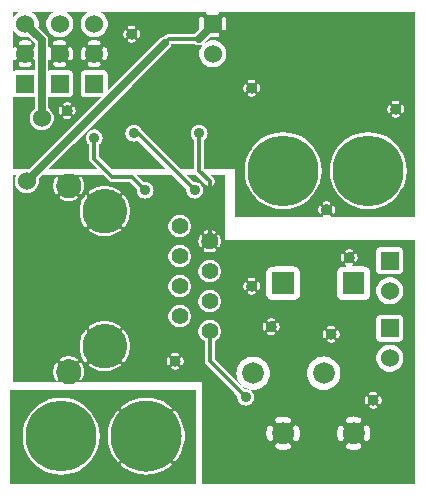
<source format=gbr>
G04 start of page 3 for group 1 idx 1 *
G04 Title: (unknown), bottom *
G04 Creator: pcb 1.99z *
G04 CreationDate: Wed Dec  9 06:04:29 2015 UTC *
G04 For: commonadmin *
G04 Format: Gerber/RS-274X *
G04 PCB-Dimensions (mil): 1410.00 1650.00 *
G04 PCB-Coordinate-Origin: lower left *
%MOIN*%
%FSLAX25Y25*%
%LNBOTTOM*%
%ADD49C,0.0630*%
%ADD48C,0.1280*%
%ADD47C,0.0354*%
%ADD46C,0.1870*%
%ADD45C,0.0300*%
%ADD44C,0.0380*%
%ADD43C,0.0350*%
%ADD42C,0.0200*%
%ADD41C,0.0360*%
%ADD40C,0.0720*%
%ADD39C,0.0827*%
%ADD38C,0.1476*%
%ADD37C,0.0551*%
%ADD36C,0.2362*%
%ADD35C,0.0600*%
%ADD34C,0.0250*%
%ADD33C,0.0140*%
%ADD32C,0.0001*%
G54D32*G36*
X57694Y25645D02*X57933Y25073D01*
X58248Y24083D01*
X58475Y23069D01*
X58612Y22038D01*
X58657Y21000D01*
X58612Y19962D01*
X58475Y18931D01*
X58248Y17917D01*
X57933Y16927D01*
X57694Y16355D01*
Y25645D01*
G37*
G36*
Y36500D02*X63500D01*
Y5000D01*
X57694D01*
Y14183D01*
X57923Y14538D01*
X58448Y15537D01*
X58883Y16578D01*
X59225Y17653D01*
X59472Y18754D01*
X59620Y19873D01*
X59670Y21000D01*
X59620Y22127D01*
X59472Y23246D01*
X59225Y24347D01*
X58883Y25422D01*
X58448Y26463D01*
X57923Y27462D01*
X57694Y27817D01*
Y36500D01*
G37*
G36*
X46852D02*X57694D01*
Y27817D01*
X57312Y28411D01*
X56620Y29302D01*
X56564Y29359D01*
X56499Y29407D01*
X56427Y29444D01*
X56350Y29469D01*
X56271Y29482D01*
X56190Y29482D01*
X56111Y29469D01*
X56034Y29445D01*
X55962Y29408D01*
X55897Y29361D01*
X55840Y29304D01*
X55793Y29239D01*
X55756Y29168D01*
X55731Y29091D01*
X55718Y29012D01*
X55718Y28931D01*
X55730Y28852D01*
X55755Y28775D01*
X55791Y28703D01*
X55839Y28639D01*
X56486Y27826D01*
X57048Y26952D01*
X57532Y26032D01*
X57694Y25645D01*
Y16355D01*
X57532Y15968D01*
X57048Y15048D01*
X56486Y14174D01*
X55848Y13354D01*
X55801Y13291D01*
X55765Y13221D01*
X55741Y13146D01*
X55729Y13068D01*
X55729Y12989D01*
X55742Y12911D01*
X55766Y12837D01*
X55802Y12767D01*
X55849Y12703D01*
X55905Y12648D01*
X55968Y12602D01*
X56039Y12566D01*
X56114Y12542D01*
X56191Y12530D01*
X56270Y12530D01*
X56348Y12542D01*
X56422Y12567D01*
X56492Y12603D01*
X56556Y12649D01*
X56610Y12706D01*
X57312Y13589D01*
X57694Y14183D01*
Y5000D01*
X46852D01*
Y8177D01*
X47974Y8226D01*
X49092Y8375D01*
X50193Y8621D01*
X51269Y8963D01*
X52310Y9399D01*
X53308Y9924D01*
X54257Y10535D01*
X55148Y11227D01*
X55206Y11283D01*
X55253Y11348D01*
X55290Y11420D01*
X55315Y11496D01*
X55328Y11576D01*
X55328Y11656D01*
X55316Y11736D01*
X55291Y11812D01*
X55255Y11884D01*
X55208Y11949D01*
X55151Y12006D01*
X55086Y12054D01*
X55014Y12091D01*
X54938Y12116D01*
X54858Y12128D01*
X54778Y12129D01*
X54698Y12116D01*
X54622Y12092D01*
X54550Y12055D01*
X54486Y12007D01*
X53672Y11361D01*
X52798Y10798D01*
X51878Y10314D01*
X50920Y9914D01*
X49929Y9598D01*
X48915Y9372D01*
X47885Y9235D01*
X46852Y9189D01*
Y32811D01*
X47885Y32765D01*
X48915Y32628D01*
X49929Y32402D01*
X50920Y32086D01*
X51878Y31686D01*
X52798Y31202D01*
X53672Y30639D01*
X54493Y30002D01*
X54556Y29955D01*
X54626Y29919D01*
X54701Y29895D01*
X54779Y29883D01*
X54857Y29883D01*
X54935Y29895D01*
X55010Y29920D01*
X55080Y29956D01*
X55143Y30002D01*
X55199Y30058D01*
X55245Y30122D01*
X55280Y30192D01*
X55305Y30267D01*
X55317Y30345D01*
X55317Y30424D01*
X55304Y30501D01*
X55279Y30576D01*
X55244Y30646D01*
X55197Y30710D01*
X55140Y30764D01*
X54257Y31465D01*
X53308Y32076D01*
X52310Y32601D01*
X51269Y33037D01*
X50193Y33379D01*
X49092Y33625D01*
X47974Y33774D01*
X46852Y33823D01*
Y36500D01*
G37*
G36*
X35999D02*X46852D01*
Y33823D01*
X46846Y33823D01*
X45719Y33774D01*
X44601Y33625D01*
X43499Y33379D01*
X42424Y33037D01*
X41383Y32601D01*
X40385Y32076D01*
X39436Y31465D01*
X38545Y30773D01*
X38487Y30717D01*
X38440Y30652D01*
X38403Y30580D01*
X38378Y30504D01*
X38365Y30424D01*
X38365Y30344D01*
X38377Y30264D01*
X38402Y30188D01*
X38438Y30116D01*
X38485Y30051D01*
X38542Y29994D01*
X38607Y29946D01*
X38679Y29909D01*
X38755Y29884D01*
X38835Y29872D01*
X38915Y29871D01*
X38995Y29884D01*
X39071Y29908D01*
X39143Y29945D01*
X39207Y29993D01*
X40021Y30639D01*
X40895Y31202D01*
X41815Y31686D01*
X42773Y32086D01*
X43764Y32402D01*
X44778Y32628D01*
X45808Y32765D01*
X46846Y32811D01*
X46852Y32811D01*
Y9189D01*
X46846Y9189D01*
X45808Y9235D01*
X44778Y9372D01*
X43764Y9598D01*
X42773Y9914D01*
X41815Y10314D01*
X40895Y10798D01*
X40021Y11361D01*
X39200Y11998D01*
X39137Y12045D01*
X39067Y12081D01*
X38992Y12105D01*
X38914Y12117D01*
X38836Y12117D01*
X38758Y12105D01*
X38683Y12080D01*
X38613Y12044D01*
X38550Y11998D01*
X38494Y11942D01*
X38448Y11878D01*
X38412Y11808D01*
X38388Y11733D01*
X38376Y11655D01*
X38376Y11576D01*
X38389Y11499D01*
X38413Y11424D01*
X38449Y11354D01*
X38496Y11290D01*
X38553Y11236D01*
X39436Y10535D01*
X40385Y9924D01*
X41383Y9399D01*
X42424Y8963D01*
X43499Y8621D01*
X44601Y8375D01*
X45719Y8226D01*
X46846Y8177D01*
X46852Y8177D01*
Y5000D01*
X35999D01*
Y14183D01*
X36381Y13589D01*
X37073Y12698D01*
X37129Y12641D01*
X37194Y12593D01*
X37266Y12556D01*
X37343Y12531D01*
X37422Y12518D01*
X37502Y12518D01*
X37582Y12531D01*
X37659Y12555D01*
X37730Y12592D01*
X37796Y12639D01*
X37853Y12696D01*
X37900Y12761D01*
X37937Y12832D01*
X37962Y12909D01*
X37975Y12988D01*
X37975Y13069D01*
X37963Y13148D01*
X37938Y13225D01*
X37902Y13297D01*
X37853Y13361D01*
X37207Y14174D01*
X36645Y15048D01*
X36161Y15968D01*
X35999Y16355D01*
Y25645D01*
X36161Y26032D01*
X36645Y26952D01*
X37207Y27826D01*
X37845Y28646D01*
X37892Y28709D01*
X37927Y28779D01*
X37952Y28854D01*
X37964Y28932D01*
X37963Y29011D01*
X37951Y29089D01*
X37926Y29163D01*
X37891Y29233D01*
X37844Y29297D01*
X37788Y29352D01*
X37725Y29399D01*
X37654Y29434D01*
X37579Y29458D01*
X37502Y29470D01*
X37423Y29470D01*
X37345Y29458D01*
X37270Y29433D01*
X37200Y29397D01*
X37137Y29351D01*
X37083Y29294D01*
X36381Y28411D01*
X35999Y27817D01*
Y36500D01*
G37*
G36*
Y16355D02*X35760Y16927D01*
X35445Y17917D01*
X35218Y18931D01*
X35081Y19962D01*
X35035Y21000D01*
X35081Y22038D01*
X35218Y23069D01*
X35445Y24083D01*
X35760Y25073D01*
X35999Y25645D01*
Y16355D01*
G37*
G36*
X18480Y36500D02*X35999D01*
Y27817D01*
X35770Y27462D01*
X35245Y26463D01*
X34810Y25422D01*
X34468Y24347D01*
X34221Y23246D01*
X34073Y22127D01*
X34023Y21000D01*
X34073Y19873D01*
X34221Y18754D01*
X34468Y17653D01*
X34810Y16578D01*
X35245Y15537D01*
X35770Y14538D01*
X35999Y14183D01*
Y5000D01*
X18480D01*
Y8151D01*
X18500Y8149D01*
X20510Y8308D01*
X22471Y8778D01*
X24334Y9550D01*
X26053Y10604D01*
X27587Y11913D01*
X28896Y13447D01*
X29950Y15166D01*
X30722Y17029D01*
X31192Y18990D01*
X31311Y21000D01*
X31192Y23010D01*
X30722Y24971D01*
X29950Y26834D01*
X28896Y28553D01*
X27587Y30087D01*
X26053Y31396D01*
X24334Y32450D01*
X22471Y33222D01*
X20510Y33692D01*
X18500Y33851D01*
X18480Y33849D01*
Y36500D01*
G37*
G36*
X1500D02*X18480D01*
Y33849D01*
X16490Y33692D01*
X14529Y33222D01*
X12666Y32450D01*
X10947Y31396D01*
X9413Y30087D01*
X8104Y28553D01*
X7050Y26834D01*
X6278Y24971D01*
X5808Y23010D01*
X5649Y21000D01*
X5808Y18990D01*
X6278Y17029D01*
X7050Y15166D01*
X8104Y13447D01*
X9413Y11913D01*
X10947Y10604D01*
X12666Y9550D01*
X14529Y8778D01*
X16490Y8308D01*
X18480Y8151D01*
Y5000D01*
X1500D01*
Y36500D01*
G37*
G36*
X42001Y119288D02*X42261Y119226D01*
X42700Y119191D01*
X43139Y119226D01*
X43568Y119329D01*
X43975Y119497D01*
X44052Y119544D01*
X53596Y110000D01*
X42001D01*
Y119288D01*
G37*
G36*
X132230Y162500D02*X136500D01*
Y94000D01*
X132230D01*
Y103558D01*
X132296Y103666D01*
X133068Y105529D01*
X133539Y107490D01*
X133657Y109500D01*
X133539Y111510D01*
X133068Y113471D01*
X132296Y115334D01*
X132230Y115442D01*
Y128714D01*
X132298Y128728D01*
X132371Y128755D01*
X132440Y128794D01*
X132502Y128843D01*
X132555Y128901D01*
X132598Y128966D01*
X132630Y129038D01*
X132706Y129271D01*
X132760Y129511D01*
X132792Y129755D01*
X132803Y130000D01*
X132792Y130245D01*
X132760Y130489D01*
X132706Y130729D01*
X132632Y130963D01*
X132600Y131035D01*
X132556Y131100D01*
X132503Y131159D01*
X132441Y131208D01*
X132372Y131246D01*
X132298Y131274D01*
X132230Y131288D01*
Y162500D01*
G37*
G36*
Y94000D02*X130001D01*
Y100493D01*
X131243Y101947D01*
X132230Y103558D01*
Y94000D01*
G37*
G36*
X130001Y162500D02*X132230D01*
Y131288D01*
X132221Y131290D01*
X132142Y131293D01*
X132063Y131284D01*
X131987Y131263D01*
X131915Y131230D01*
X131850Y131186D01*
X131791Y131133D01*
X131742Y131071D01*
X131704Y131002D01*
X131676Y130928D01*
X131660Y130851D01*
X131657Y130772D01*
X131666Y130693D01*
X131689Y130618D01*
X131738Y130468D01*
X131772Y130314D01*
X131793Y130158D01*
X131800Y130000D01*
X131793Y129842D01*
X131772Y129686D01*
X131738Y129532D01*
X131690Y129382D01*
X131668Y129306D01*
X131659Y129228D01*
X131662Y129150D01*
X131678Y129073D01*
X131705Y128999D01*
X131744Y128930D01*
X131793Y128869D01*
X131851Y128815D01*
X131916Y128772D01*
X131988Y128739D01*
X132064Y128718D01*
X132142Y128709D01*
X132220Y128712D01*
X132230Y128714D01*
Y115442D01*
X131243Y117053D01*
X130001Y118507D01*
Y127197D01*
X130245Y127208D01*
X130489Y127240D01*
X130729Y127294D01*
X130963Y127368D01*
X131035Y127400D01*
X131100Y127444D01*
X131159Y127497D01*
X131208Y127559D01*
X131246Y127628D01*
X131274Y127702D01*
X131290Y127779D01*
X131293Y127858D01*
X131284Y127937D01*
X131263Y128013D01*
X131230Y128085D01*
X131186Y128150D01*
X131133Y128209D01*
X131071Y128258D01*
X131002Y128296D01*
X130928Y128324D01*
X130851Y128340D01*
X130772Y128343D01*
X130693Y128334D01*
X130618Y128311D01*
X130468Y128262D01*
X130314Y128228D01*
X130158Y128207D01*
X130001Y128200D01*
Y131800D01*
X130158Y131793D01*
X130314Y131772D01*
X130468Y131738D01*
X130618Y131690D01*
X130694Y131668D01*
X130772Y131659D01*
X130850Y131662D01*
X130927Y131678D01*
X131001Y131705D01*
X131070Y131744D01*
X131131Y131793D01*
X131185Y131851D01*
X131228Y131916D01*
X131261Y131988D01*
X131282Y132064D01*
X131291Y132142D01*
X131288Y132220D01*
X131272Y132298D01*
X131245Y132371D01*
X131206Y132440D01*
X131157Y132502D01*
X131099Y132555D01*
X131034Y132598D01*
X130962Y132630D01*
X130729Y132706D01*
X130489Y132760D01*
X130245Y132792D01*
X130001Y132803D01*
Y162500D01*
G37*
G36*
X127770Y98718D02*X128400Y99104D01*
X129933Y100413D01*
X130001Y100493D01*
Y94000D01*
X127770D01*
Y98718D01*
G37*
G36*
Y162500D02*X130001D01*
Y132803D01*
X130000Y132803D01*
X129755Y132792D01*
X129511Y132760D01*
X129271Y132706D01*
X129037Y132632D01*
X128965Y132600D01*
X128900Y132556D01*
X128841Y132503D01*
X128792Y132441D01*
X128754Y132372D01*
X128726Y132298D01*
X128710Y132221D01*
X128707Y132142D01*
X128716Y132063D01*
X128737Y131987D01*
X128770Y131915D01*
X128814Y131850D01*
X128867Y131791D01*
X128929Y131742D01*
X128998Y131704D01*
X129072Y131676D01*
X129149Y131660D01*
X129228Y131657D01*
X129307Y131666D01*
X129382Y131689D01*
X129532Y131738D01*
X129686Y131772D01*
X129842Y131793D01*
X130000Y131800D01*
X130001Y131800D01*
Y128200D01*
X130000Y128200D01*
X129842Y128207D01*
X129686Y128228D01*
X129532Y128262D01*
X129382Y128310D01*
X129306Y128332D01*
X129228Y128341D01*
X129150Y128338D01*
X129073Y128322D01*
X128999Y128295D01*
X128930Y128256D01*
X128869Y128207D01*
X128815Y128149D01*
X128772Y128084D01*
X128739Y128012D01*
X128718Y127936D01*
X128709Y127858D01*
X128712Y127780D01*
X128728Y127702D01*
X128755Y127629D01*
X128794Y127560D01*
X128843Y127498D01*
X128901Y127445D01*
X128966Y127402D01*
X129038Y127370D01*
X129271Y127294D01*
X129511Y127240D01*
X129755Y127208D01*
X130000Y127197D01*
X130001Y127197D01*
Y118507D01*
X129933Y118587D01*
X128400Y119896D01*
X127770Y120282D01*
Y128712D01*
X127779Y128710D01*
X127858Y128707D01*
X127937Y128716D01*
X128013Y128737D01*
X128085Y128770D01*
X128150Y128814D01*
X128209Y128867D01*
X128258Y128929D01*
X128296Y128998D01*
X128324Y129072D01*
X128340Y129149D01*
X128343Y129228D01*
X128334Y129307D01*
X128311Y129382D01*
X128262Y129532D01*
X128228Y129686D01*
X128207Y129842D01*
X128200Y130000D01*
X128207Y130158D01*
X128228Y130314D01*
X128262Y130468D01*
X128310Y130618D01*
X128332Y130694D01*
X128341Y130772D01*
X128338Y130850D01*
X128322Y130927D01*
X128295Y131001D01*
X128256Y131070D01*
X128207Y131131D01*
X128149Y131185D01*
X128084Y131228D01*
X128012Y131261D01*
X127936Y131282D01*
X127858Y131291D01*
X127780Y131288D01*
X127770Y131286D01*
Y162500D01*
G37*
G36*
X109230Y104068D02*X109397Y103666D01*
X110450Y101947D01*
X111760Y100413D01*
X113293Y99104D01*
X115012Y98050D01*
X116875Y97278D01*
X118836Y96808D01*
X120846Y96649D01*
X122857Y96808D01*
X124817Y97278D01*
X126680Y98050D01*
X127770Y98718D01*
Y94000D01*
X109230D01*
Y95214D01*
X109298Y95228D01*
X109371Y95255D01*
X109440Y95294D01*
X109502Y95343D01*
X109555Y95401D01*
X109598Y95466D01*
X109630Y95538D01*
X109706Y95771D01*
X109760Y96011D01*
X109792Y96255D01*
X109803Y96500D01*
X109792Y96745D01*
X109760Y96989D01*
X109706Y97229D01*
X109632Y97463D01*
X109600Y97535D01*
X109556Y97600D01*
X109503Y97659D01*
X109441Y97708D01*
X109372Y97746D01*
X109298Y97774D01*
X109230Y97788D01*
Y104068D01*
G37*
G36*
Y162500D02*X127770D01*
Y131286D01*
X127702Y131272D01*
X127629Y131245D01*
X127560Y131206D01*
X127498Y131157D01*
X127445Y131099D01*
X127402Y131034D01*
X127370Y130962D01*
X127294Y130729D01*
X127240Y130489D01*
X127208Y130245D01*
X127197Y130000D01*
X127208Y129755D01*
X127240Y129511D01*
X127294Y129271D01*
X127368Y129037D01*
X127400Y128965D01*
X127444Y128900D01*
X127497Y128841D01*
X127559Y128792D01*
X127628Y128754D01*
X127702Y128726D01*
X127770Y128712D01*
Y120282D01*
X126680Y120950D01*
X124817Y121722D01*
X122857Y122192D01*
X120846Y122351D01*
X118836Y122192D01*
X116875Y121722D01*
X115012Y120950D01*
X113293Y119896D01*
X111760Y118587D01*
X110450Y117053D01*
X109397Y115334D01*
X109230Y114932D01*
Y162500D01*
G37*
G36*
X106999D02*X109230D01*
Y114932D01*
X108625Y113471D01*
X108154Y111510D01*
X107996Y109500D01*
X108154Y107490D01*
X108625Y105529D01*
X109230Y104068D01*
Y97788D01*
X109221Y97790D01*
X109142Y97793D01*
X109063Y97784D01*
X108987Y97763D01*
X108915Y97730D01*
X108850Y97686D01*
X108791Y97633D01*
X108742Y97571D01*
X108704Y97502D01*
X108676Y97428D01*
X108660Y97351D01*
X108657Y97272D01*
X108666Y97193D01*
X108689Y97118D01*
X108738Y96968D01*
X108772Y96814D01*
X108793Y96658D01*
X108800Y96500D01*
X108793Y96342D01*
X108772Y96186D01*
X108738Y96032D01*
X108690Y95882D01*
X108668Y95806D01*
X108659Y95728D01*
X108662Y95650D01*
X108678Y95573D01*
X108705Y95499D01*
X108744Y95430D01*
X108793Y95369D01*
X108851Y95315D01*
X108916Y95272D01*
X108988Y95239D01*
X109064Y95218D01*
X109142Y95209D01*
X109220Y95212D01*
X109230Y95214D01*
Y94000D01*
X108161D01*
X108208Y94059D01*
X108246Y94128D01*
X108274Y94202D01*
X108290Y94279D01*
X108293Y94358D01*
X108284Y94437D01*
X108263Y94513D01*
X108230Y94585D01*
X108186Y94650D01*
X108133Y94709D01*
X108071Y94758D01*
X108002Y94796D01*
X107928Y94824D01*
X107851Y94840D01*
X107772Y94843D01*
X107693Y94834D01*
X107618Y94811D01*
X107468Y94762D01*
X107314Y94728D01*
X107158Y94707D01*
X107000Y94700D01*
X106999Y94700D01*
Y98300D01*
X107000Y98300D01*
X107158Y98293D01*
X107314Y98272D01*
X107468Y98238D01*
X107618Y98190D01*
X107694Y98168D01*
X107772Y98159D01*
X107850Y98162D01*
X107927Y98178D01*
X108001Y98205D01*
X108070Y98244D01*
X108131Y98293D01*
X108185Y98351D01*
X108228Y98416D01*
X108261Y98488D01*
X108282Y98564D01*
X108291Y98642D01*
X108288Y98720D01*
X108272Y98798D01*
X108245Y98871D01*
X108206Y98940D01*
X108157Y99002D01*
X108099Y99055D01*
X108034Y99098D01*
X107962Y99130D01*
X107729Y99206D01*
X107489Y99260D01*
X107245Y99292D01*
X107000Y99303D01*
X106999Y99303D01*
Y162500D01*
G37*
G36*
X104770D02*X106999D01*
Y99303D01*
X106755Y99292D01*
X106511Y99260D01*
X106271Y99206D01*
X106037Y99132D01*
X105965Y99100D01*
X105900Y99056D01*
X105841Y99003D01*
X105792Y98941D01*
X105754Y98872D01*
X105726Y98798D01*
X105710Y98721D01*
X105707Y98642D01*
X105716Y98563D01*
X105737Y98487D01*
X105770Y98415D01*
X105814Y98350D01*
X105867Y98291D01*
X105929Y98242D01*
X105998Y98204D01*
X106072Y98176D01*
X106149Y98160D01*
X106228Y98157D01*
X106307Y98166D01*
X106382Y98189D01*
X106532Y98238D01*
X106686Y98272D01*
X106842Y98293D01*
X106999Y98300D01*
Y94700D01*
X106842Y94707D01*
X106686Y94728D01*
X106532Y94762D01*
X106382Y94810D01*
X106306Y94832D01*
X106228Y94841D01*
X106150Y94838D01*
X106073Y94822D01*
X105999Y94795D01*
X105930Y94756D01*
X105869Y94707D01*
X105815Y94649D01*
X105772Y94584D01*
X105739Y94512D01*
X105718Y94436D01*
X105709Y94358D01*
X105712Y94280D01*
X105728Y94202D01*
X105755Y94129D01*
X105794Y94060D01*
X105841Y94000D01*
X104770D01*
Y95212D01*
X104779Y95210D01*
X104858Y95207D01*
X104937Y95216D01*
X105013Y95237D01*
X105085Y95270D01*
X105150Y95314D01*
X105209Y95367D01*
X105258Y95429D01*
X105296Y95498D01*
X105324Y95572D01*
X105340Y95649D01*
X105343Y95728D01*
X105334Y95807D01*
X105311Y95882D01*
X105262Y96032D01*
X105228Y96186D01*
X105207Y96342D01*
X105200Y96500D01*
X105207Y96658D01*
X105228Y96814D01*
X105262Y96968D01*
X105310Y97118D01*
X105332Y97194D01*
X105341Y97272D01*
X105338Y97350D01*
X105322Y97427D01*
X105295Y97501D01*
X105256Y97570D01*
X105207Y97631D01*
X105149Y97685D01*
X105084Y97728D01*
X105012Y97761D01*
X104936Y97782D01*
X104858Y97791D01*
X104780Y97788D01*
X104770Y97786D01*
Y105731D01*
X105192Y107490D01*
X105311Y109500D01*
X105192Y111510D01*
X104770Y113269D01*
Y162500D01*
G37*
G36*
Y94000D02*X84230D01*
Y99716D01*
X84947Y99104D01*
X86666Y98050D01*
X88529Y97278D01*
X90490Y96808D01*
X92500Y96649D01*
X94510Y96808D01*
X96471Y97278D01*
X98334Y98050D01*
X100053Y99104D01*
X101587Y100413D01*
X102896Y101947D01*
X103950Y103666D01*
X104722Y105529D01*
X104770Y105731D01*
Y97786D01*
X104702Y97772D01*
X104629Y97745D01*
X104560Y97706D01*
X104498Y97657D01*
X104445Y97599D01*
X104402Y97534D01*
X104370Y97462D01*
X104294Y97229D01*
X104240Y96989D01*
X104208Y96745D01*
X104197Y96500D01*
X104208Y96255D01*
X104240Y96011D01*
X104294Y95771D01*
X104368Y95537D01*
X104400Y95465D01*
X104444Y95400D01*
X104497Y95341D01*
X104559Y95292D01*
X104628Y95254D01*
X104702Y95226D01*
X104770Y95212D01*
Y94000D01*
G37*
G36*
X84230Y162500D02*X104770D01*
Y113269D01*
X104722Y113471D01*
X103950Y115334D01*
X102896Y117053D01*
X101587Y118587D01*
X100053Y119896D01*
X98334Y120950D01*
X96471Y121722D01*
X94510Y122192D01*
X92500Y122351D01*
X90490Y122192D01*
X88529Y121722D01*
X86666Y120950D01*
X84947Y119896D01*
X84230Y119284D01*
Y135714D01*
X84298Y135728D01*
X84371Y135755D01*
X84440Y135794D01*
X84502Y135843D01*
X84555Y135901D01*
X84598Y135966D01*
X84630Y136038D01*
X84706Y136271D01*
X84760Y136511D01*
X84792Y136755D01*
X84803Y137000D01*
X84792Y137245D01*
X84760Y137489D01*
X84706Y137729D01*
X84632Y137963D01*
X84600Y138035D01*
X84556Y138100D01*
X84503Y138159D01*
X84441Y138208D01*
X84372Y138246D01*
X84298Y138274D01*
X84230Y138288D01*
Y162500D01*
G37*
G36*
Y94000D02*X82001D01*
Y102114D01*
X82104Y101947D01*
X83413Y100413D01*
X84230Y99716D01*
Y94000D01*
G37*
G36*
X82001Y162500D02*X84230D01*
Y138288D01*
X84221Y138290D01*
X84142Y138293D01*
X84063Y138284D01*
X83987Y138263D01*
X83915Y138230D01*
X83850Y138186D01*
X83791Y138133D01*
X83742Y138071D01*
X83704Y138002D01*
X83676Y137928D01*
X83660Y137851D01*
X83657Y137772D01*
X83666Y137693D01*
X83689Y137618D01*
X83738Y137468D01*
X83772Y137314D01*
X83793Y137158D01*
X83800Y137000D01*
X83793Y136842D01*
X83772Y136686D01*
X83738Y136532D01*
X83690Y136382D01*
X83668Y136306D01*
X83659Y136228D01*
X83662Y136150D01*
X83678Y136073D01*
X83705Y135999D01*
X83744Y135930D01*
X83793Y135869D01*
X83851Y135815D01*
X83916Y135772D01*
X83988Y135739D01*
X84064Y135718D01*
X84142Y135709D01*
X84220Y135712D01*
X84230Y135714D01*
Y119284D01*
X83413Y118587D01*
X82104Y117053D01*
X82001Y116886D01*
Y134197D01*
X82245Y134208D01*
X82489Y134240D01*
X82729Y134294D01*
X82963Y134368D01*
X83035Y134400D01*
X83100Y134444D01*
X83159Y134497D01*
X83208Y134559D01*
X83246Y134628D01*
X83274Y134702D01*
X83290Y134779D01*
X83293Y134858D01*
X83284Y134937D01*
X83263Y135013D01*
X83230Y135085D01*
X83186Y135150D01*
X83133Y135209D01*
X83071Y135258D01*
X83002Y135296D01*
X82928Y135324D01*
X82851Y135340D01*
X82772Y135343D01*
X82693Y135334D01*
X82618Y135311D01*
X82468Y135262D01*
X82314Y135228D01*
X82158Y135207D01*
X82001Y135200D01*
Y138800D01*
X82158Y138793D01*
X82314Y138772D01*
X82468Y138738D01*
X82618Y138690D01*
X82694Y138668D01*
X82772Y138659D01*
X82850Y138662D01*
X82927Y138678D01*
X83001Y138705D01*
X83070Y138744D01*
X83131Y138793D01*
X83185Y138851D01*
X83228Y138916D01*
X83261Y138988D01*
X83282Y139064D01*
X83291Y139142D01*
X83288Y139220D01*
X83272Y139298D01*
X83245Y139371D01*
X83206Y139440D01*
X83157Y139502D01*
X83099Y139555D01*
X83034Y139598D01*
X82962Y139630D01*
X82729Y139706D01*
X82489Y139760D01*
X82245Y139792D01*
X82001Y139803D01*
Y162500D01*
G37*
G36*
X79770Y107967D02*X79808Y107490D01*
X80278Y105529D01*
X81050Y103666D01*
X82001Y102114D01*
Y94000D01*
X79770D01*
Y107967D01*
G37*
G36*
Y162500D02*X82001D01*
Y139803D01*
X82000Y139803D01*
X81755Y139792D01*
X81511Y139760D01*
X81271Y139706D01*
X81037Y139632D01*
X80965Y139600D01*
X80900Y139556D01*
X80841Y139503D01*
X80792Y139441D01*
X80754Y139372D01*
X80726Y139298D01*
X80710Y139221D01*
X80707Y139142D01*
X80716Y139063D01*
X80737Y138987D01*
X80770Y138915D01*
X80814Y138850D01*
X80867Y138791D01*
X80929Y138742D01*
X80998Y138704D01*
X81072Y138676D01*
X81149Y138660D01*
X81228Y138657D01*
X81307Y138666D01*
X81382Y138689D01*
X81532Y138738D01*
X81686Y138772D01*
X81842Y138793D01*
X82000Y138800D01*
X82001Y138800D01*
Y135200D01*
X82000Y135200D01*
X81842Y135207D01*
X81686Y135228D01*
X81532Y135262D01*
X81382Y135310D01*
X81306Y135332D01*
X81228Y135341D01*
X81150Y135338D01*
X81073Y135322D01*
X80999Y135295D01*
X80930Y135256D01*
X80869Y135207D01*
X80815Y135149D01*
X80772Y135084D01*
X80739Y135012D01*
X80718Y134936D01*
X80709Y134858D01*
X80712Y134780D01*
X80728Y134702D01*
X80755Y134629D01*
X80794Y134560D01*
X80843Y134498D01*
X80901Y134445D01*
X80966Y134402D01*
X81038Y134370D01*
X81271Y134294D01*
X81511Y134240D01*
X81755Y134208D01*
X82000Y134197D01*
X82001Y134197D01*
Y116886D01*
X81050Y115334D01*
X80278Y113471D01*
X79808Y111510D01*
X79770Y111033D01*
Y135712D01*
X79779Y135710D01*
X79858Y135707D01*
X79937Y135716D01*
X80013Y135737D01*
X80085Y135770D01*
X80150Y135814D01*
X80209Y135867D01*
X80258Y135929D01*
X80296Y135998D01*
X80324Y136072D01*
X80340Y136149D01*
X80343Y136228D01*
X80334Y136307D01*
X80311Y136382D01*
X80262Y136532D01*
X80228Y136686D01*
X80207Y136842D01*
X80200Y137000D01*
X80207Y137158D01*
X80228Y137314D01*
X80262Y137468D01*
X80310Y137618D01*
X80332Y137694D01*
X80341Y137772D01*
X80338Y137850D01*
X80322Y137927D01*
X80295Y138001D01*
X80256Y138070D01*
X80207Y138131D01*
X80149Y138185D01*
X80084Y138228D01*
X80012Y138261D01*
X79936Y138282D01*
X79858Y138291D01*
X79780Y138288D01*
X79770Y138286D01*
Y162500D01*
G37*
G36*
X72750D02*X79770D01*
Y138286D01*
X79702Y138272D01*
X79629Y138245D01*
X79560Y138206D01*
X79498Y138157D01*
X79445Y138099D01*
X79402Y138034D01*
X79370Y137962D01*
X79294Y137729D01*
X79240Y137489D01*
X79208Y137245D01*
X79197Y137000D01*
X79208Y136755D01*
X79240Y136511D01*
X79294Y136271D01*
X79368Y136037D01*
X79400Y135965D01*
X79444Y135900D01*
X79497Y135841D01*
X79559Y135792D01*
X79628Y135754D01*
X79702Y135726D01*
X79770Y135712D01*
Y111033D01*
X79649Y109500D01*
X79770Y107967D01*
Y94000D01*
X76500D01*
Y110000D01*
X72750D01*
Y146007D01*
X73022Y146451D01*
X73293Y147105D01*
X73458Y147794D01*
X73500Y148500D01*
X73458Y149206D01*
X73293Y149895D01*
X73022Y150549D01*
X72750Y150993D01*
Y156248D01*
X72868Y156257D01*
X72982Y156285D01*
X73092Y156330D01*
X73192Y156391D01*
X73282Y156468D01*
X73359Y156558D01*
X73420Y156658D01*
X73465Y156768D01*
X73493Y156882D01*
X73500Y157000D01*
Y160000D01*
X73493Y160118D01*
X73465Y160232D01*
X73420Y160342D01*
X73359Y160442D01*
X73282Y160532D01*
X73192Y160609D01*
X73092Y160670D01*
X72982Y160715D01*
X72868Y160743D01*
X72750Y160752D01*
Y162500D01*
G37*
G36*
Y110000D02*X66404D01*
X66200Y110204D01*
Y119770D01*
X66486Y120014D01*
X66772Y120349D01*
X67003Y120725D01*
X67171Y121132D01*
X67274Y121561D01*
X67300Y122000D01*
X67274Y122439D01*
X67171Y122868D01*
X67003Y123275D01*
X66772Y123651D01*
X66486Y123986D01*
X66151Y124272D01*
X65775Y124503D01*
X65368Y124671D01*
X64939Y124774D01*
X64500Y124809D01*
X64061Y124774D01*
X63632Y124671D01*
X63225Y124503D01*
X62849Y124272D01*
X62514Y123986D01*
X62228Y123651D01*
X61997Y123275D01*
X61829Y122868D01*
X61726Y122439D01*
X61691Y122000D01*
X61726Y121561D01*
X61829Y121132D01*
X61997Y120725D01*
X62228Y120349D01*
X62514Y120014D01*
X62800Y119770D01*
Y110000D01*
X58404D01*
X45254Y123150D01*
X45203Y123275D01*
X44972Y123651D01*
X44686Y123986D01*
X44351Y124272D01*
X44230Y124346D01*
Y140048D01*
X54591Y150409D01*
X54826Y150673D01*
X55011Y150975D01*
X55146Y151303D01*
X55229Y151647D01*
X55241Y151800D01*
X63026D01*
X63173Y151674D01*
X63475Y151489D01*
X63803Y151354D01*
X64147Y151271D01*
X64500Y151243D01*
X64853Y151271D01*
X65197Y151354D01*
X65525Y151489D01*
X65756Y151631D01*
X65348Y151153D01*
X64978Y150549D01*
X64707Y149895D01*
X64542Y149206D01*
X64486Y148500D01*
X64542Y147794D01*
X64707Y147105D01*
X64978Y146451D01*
X65348Y145847D01*
X65808Y145308D01*
X66347Y144848D01*
X66951Y144478D01*
X67605Y144207D01*
X68294Y144042D01*
X69000Y143986D01*
X69706Y144042D01*
X70395Y144207D01*
X71049Y144478D01*
X71653Y144848D01*
X72192Y145308D01*
X72652Y145847D01*
X72750Y146007D01*
Y110000D01*
G37*
G36*
X44230Y162500D02*X66792D01*
X66785Y162482D01*
X66757Y162368D01*
X66748Y162250D01*
X66757Y162132D01*
X66785Y162018D01*
X66830Y161908D01*
X66891Y161808D01*
X66968Y161718D01*
X67058Y161641D01*
X67158Y161580D01*
X67268Y161535D01*
X67382Y161507D01*
X67500Y161500D01*
X70500D01*
X70618Y161507D01*
X70732Y161535D01*
X70842Y161580D01*
X70942Y161641D01*
X71032Y161718D01*
X71109Y161808D01*
X71170Y161908D01*
X71215Y162018D01*
X71243Y162132D01*
X71252Y162250D01*
X71243Y162368D01*
X71215Y162482D01*
X71208Y162500D01*
X72750D01*
Y160752D01*
X72632Y160743D01*
X72518Y160715D01*
X72408Y160670D01*
X72308Y160609D01*
X72218Y160532D01*
X72141Y160442D01*
X72080Y160342D01*
X72035Y160232D01*
X72007Y160118D01*
X72000Y160000D01*
Y157000D01*
X72007Y156882D01*
X72035Y156768D01*
X72080Y156658D01*
X72141Y156558D01*
X72218Y156468D01*
X72308Y156391D01*
X72408Y156330D01*
X72518Y156285D01*
X72632Y156257D01*
X72750Y156248D01*
Y150993D01*
X72652Y151153D01*
X72192Y151692D01*
X71653Y152152D01*
X71049Y152522D01*
X70395Y152793D01*
X69706Y152958D01*
X69000Y153014D01*
X68294Y152958D01*
X67605Y152793D01*
X66951Y152522D01*
X66347Y152152D01*
X66258Y152076D01*
X68182Y154000D01*
X70500D01*
X70618Y154007D01*
X70732Y154035D01*
X70842Y154080D01*
X70942Y154141D01*
X71032Y154218D01*
X71109Y154308D01*
X71170Y154408D01*
X71215Y154518D01*
X71243Y154632D01*
X71252Y154750D01*
X71243Y154868D01*
X71215Y154982D01*
X71170Y155092D01*
X71109Y155192D01*
X71032Y155282D01*
X70942Y155359D01*
X70842Y155420D01*
X70732Y155465D01*
X70618Y155493D01*
X70500Y155500D01*
X69682D01*
X70529Y156347D01*
X70596Y156404D01*
X70826Y156673D01*
X70826Y156673D01*
X71011Y156975D01*
X71146Y157303D01*
X71229Y157647D01*
X71257Y158000D01*
X71250Y158088D01*
Y158500D01*
X71229Y158853D01*
X71146Y159197D01*
X71011Y159525D01*
X70826Y159827D01*
X70596Y160096D01*
X70327Y160326D01*
X70025Y160511D01*
X69697Y160646D01*
X69353Y160729D01*
X69000Y160757D01*
X68647Y160729D01*
X68303Y160646D01*
X67975Y160511D01*
X67673Y160326D01*
X67404Y160096D01*
X67174Y159827D01*
X66989Y159525D01*
X66854Y159197D01*
X66802Y158984D01*
X66000Y158182D01*
Y160000D01*
X65993Y160118D01*
X65965Y160232D01*
X65920Y160342D01*
X65859Y160442D01*
X65782Y160532D01*
X65692Y160609D01*
X65592Y160670D01*
X65482Y160715D01*
X65368Y160743D01*
X65250Y160752D01*
X65132Y160743D01*
X65018Y160715D01*
X64908Y160670D01*
X64808Y160609D01*
X64718Y160532D01*
X64641Y160442D01*
X64580Y160342D01*
X64535Y160232D01*
X64507Y160118D01*
X64500Y160000D01*
Y157000D01*
X64507Y156882D01*
X64535Y156768D01*
X64549Y156731D01*
X63018Y155200D01*
X54567D01*
X54500Y155205D01*
X54233Y155184D01*
X53973Y155122D01*
X53726Y155019D01*
X53498Y154880D01*
X53498Y154879D01*
X53294Y154706D01*
X53251Y154655D01*
X52840Y154244D01*
X52647Y154229D01*
X52303Y154146D01*
X51975Y154011D01*
X51673Y153826D01*
X51409Y153591D01*
X44230Y146412D01*
Y153714D01*
X44298Y153728D01*
X44371Y153755D01*
X44440Y153794D01*
X44502Y153843D01*
X44555Y153901D01*
X44598Y153966D01*
X44630Y154038D01*
X44706Y154271D01*
X44760Y154511D01*
X44792Y154755D01*
X44803Y155000D01*
X44792Y155245D01*
X44760Y155489D01*
X44706Y155729D01*
X44632Y155963D01*
X44600Y156035D01*
X44556Y156100D01*
X44503Y156159D01*
X44441Y156208D01*
X44372Y156246D01*
X44298Y156274D01*
X44230Y156288D01*
Y162500D01*
G37*
G36*
Y124346D02*X43975Y124503D01*
X43568Y124671D01*
X43139Y124774D01*
X42700Y124809D01*
X42261Y124774D01*
X42001Y124712D01*
Y137819D01*
X44230Y140048D01*
Y124346D01*
G37*
G36*
X42001Y162500D02*X44230D01*
Y156288D01*
X44221Y156290D01*
X44142Y156293D01*
X44063Y156284D01*
X43987Y156263D01*
X43915Y156230D01*
X43850Y156186D01*
X43791Y156133D01*
X43742Y156071D01*
X43704Y156002D01*
X43676Y155928D01*
X43660Y155851D01*
X43657Y155772D01*
X43666Y155693D01*
X43689Y155618D01*
X43738Y155468D01*
X43772Y155314D01*
X43793Y155158D01*
X43800Y155000D01*
X43793Y154842D01*
X43772Y154686D01*
X43738Y154532D01*
X43690Y154382D01*
X43668Y154306D01*
X43659Y154228D01*
X43662Y154150D01*
X43678Y154073D01*
X43705Y153999D01*
X43744Y153930D01*
X43793Y153869D01*
X43851Y153815D01*
X43916Y153772D01*
X43988Y153739D01*
X44064Y153718D01*
X44142Y153709D01*
X44220Y153712D01*
X44230Y153714D01*
Y146412D01*
X42001Y144183D01*
Y152197D01*
X42245Y152208D01*
X42489Y152240D01*
X42729Y152294D01*
X42963Y152368D01*
X43035Y152400D01*
X43100Y152444D01*
X43159Y152497D01*
X43208Y152559D01*
X43246Y152628D01*
X43274Y152702D01*
X43290Y152779D01*
X43293Y152858D01*
X43284Y152937D01*
X43263Y153013D01*
X43230Y153085D01*
X43186Y153150D01*
X43133Y153209D01*
X43071Y153258D01*
X43002Y153296D01*
X42928Y153324D01*
X42851Y153340D01*
X42772Y153343D01*
X42693Y153334D01*
X42618Y153311D01*
X42468Y153262D01*
X42314Y153228D01*
X42158Y153207D01*
X42001Y153200D01*
Y156800D01*
X42158Y156793D01*
X42314Y156772D01*
X42468Y156738D01*
X42618Y156690D01*
X42694Y156668D01*
X42772Y156659D01*
X42850Y156662D01*
X42927Y156678D01*
X43001Y156705D01*
X43070Y156744D01*
X43131Y156793D01*
X43185Y156851D01*
X43228Y156916D01*
X43261Y156988D01*
X43282Y157064D01*
X43291Y157142D01*
X43288Y157220D01*
X43272Y157298D01*
X43245Y157371D01*
X43206Y157440D01*
X43157Y157502D01*
X43099Y157555D01*
X43034Y157598D01*
X42962Y157630D01*
X42729Y157706D01*
X42489Y157760D01*
X42245Y157792D01*
X42001Y157803D01*
Y162500D01*
G37*
G36*
Y124712D02*X41832Y124671D01*
X41425Y124503D01*
X41049Y124272D01*
X40714Y123986D01*
X40428Y123651D01*
X40197Y123275D01*
X40029Y122868D01*
X39926Y122439D01*
X39891Y122000D01*
X39926Y121561D01*
X40029Y121132D01*
X40197Y120725D01*
X40428Y120349D01*
X40714Y120014D01*
X41049Y119728D01*
X41425Y119497D01*
X41832Y119329D01*
X42001Y119288D01*
Y110000D01*
X35404D01*
X31200Y114204D01*
Y118270D01*
X31486Y118514D01*
X31772Y118849D01*
X32003Y119225D01*
X32171Y119632D01*
X32274Y120061D01*
X32300Y120500D01*
X32274Y120939D01*
X32171Y121368D01*
X32003Y121775D01*
X31772Y122151D01*
X31486Y122486D01*
X31151Y122772D01*
X30775Y123003D01*
X30368Y123171D01*
X29939Y123274D01*
X29500Y123309D01*
X29061Y123274D01*
X28632Y123171D01*
X28225Y123003D01*
X27849Y122772D01*
X27514Y122486D01*
X27228Y122151D01*
X26997Y121775D01*
X26829Y121368D01*
X26726Y120939D01*
X26691Y120500D01*
X26726Y120061D01*
X26829Y119632D01*
X26997Y119225D01*
X27228Y118849D01*
X27514Y118514D01*
X27800Y118270D01*
Y113567D01*
X27795Y113500D01*
X27816Y113233D01*
Y113233D01*
X27878Y112973D01*
X27981Y112726D01*
X28120Y112498D01*
X28294Y112294D01*
X28345Y112251D01*
X30596Y110000D01*
X22730D01*
Y118548D01*
X42001Y137819D01*
Y124712D01*
G37*
G36*
X39770Y162500D02*X42001D01*
Y157803D01*
X42000Y157803D01*
X41755Y157792D01*
X41511Y157760D01*
X41271Y157706D01*
X41037Y157632D01*
X40965Y157600D01*
X40900Y157556D01*
X40841Y157503D01*
X40792Y157441D01*
X40754Y157372D01*
X40726Y157298D01*
X40710Y157221D01*
X40707Y157142D01*
X40716Y157063D01*
X40737Y156987D01*
X40770Y156915D01*
X40814Y156850D01*
X40867Y156791D01*
X40929Y156742D01*
X40998Y156704D01*
X41072Y156676D01*
X41149Y156660D01*
X41228Y156657D01*
X41307Y156666D01*
X41382Y156689D01*
X41532Y156738D01*
X41686Y156772D01*
X41842Y156793D01*
X42000Y156800D01*
X42001Y156800D01*
Y153200D01*
X42000Y153200D01*
X41842Y153207D01*
X41686Y153228D01*
X41532Y153262D01*
X41382Y153310D01*
X41306Y153332D01*
X41228Y153341D01*
X41150Y153338D01*
X41073Y153322D01*
X40999Y153295D01*
X40930Y153256D01*
X40869Y153207D01*
X40815Y153149D01*
X40772Y153084D01*
X40739Y153012D01*
X40718Y152936D01*
X40709Y152858D01*
X40712Y152780D01*
X40728Y152702D01*
X40755Y152629D01*
X40794Y152560D01*
X40843Y152498D01*
X40901Y152445D01*
X40966Y152402D01*
X41038Y152370D01*
X41271Y152294D01*
X41511Y152240D01*
X41755Y152208D01*
X42000Y152197D01*
X42001Y152197D01*
Y144183D01*
X39770Y141952D01*
Y153712D01*
X39779Y153710D01*
X39858Y153707D01*
X39937Y153716D01*
X40013Y153737D01*
X40085Y153770D01*
X40150Y153814D01*
X40209Y153867D01*
X40258Y153929D01*
X40296Y153998D01*
X40324Y154072D01*
X40340Y154149D01*
X40343Y154228D01*
X40334Y154307D01*
X40311Y154382D01*
X40262Y154532D01*
X40228Y154686D01*
X40207Y154842D01*
X40200Y155000D01*
X40207Y155158D01*
X40228Y155314D01*
X40262Y155468D01*
X40310Y155618D01*
X40332Y155694D01*
X40341Y155772D01*
X40338Y155850D01*
X40322Y155927D01*
X40295Y156001D01*
X40256Y156070D01*
X40207Y156131D01*
X40149Y156185D01*
X40084Y156228D01*
X40012Y156261D01*
X39936Y156282D01*
X39858Y156291D01*
X39780Y156288D01*
X39770Y156286D01*
Y162500D01*
G37*
G36*
X29502Y134007D02*X31830Y134012D01*
X29502Y131684D01*
Y134007D01*
G37*
G36*
X33113Y155802D02*X33152Y155847D01*
X33522Y156451D01*
X33793Y157105D01*
X33958Y157794D01*
X34000Y158500D01*
X33958Y159206D01*
X33793Y159895D01*
X33522Y160549D01*
X33152Y161153D01*
X33113Y161198D01*
Y162500D01*
X39770D01*
Y156286D01*
X39702Y156272D01*
X39629Y156245D01*
X39560Y156206D01*
X39498Y156157D01*
X39445Y156099D01*
X39402Y156034D01*
X39370Y155962D01*
X39294Y155729D01*
X39240Y155489D01*
X39208Y155245D01*
X39197Y155000D01*
X39208Y154755D01*
X39240Y154511D01*
X39294Y154271D01*
X39368Y154037D01*
X39400Y153965D01*
X39444Y153900D01*
X39497Y153841D01*
X39559Y153792D01*
X39628Y153754D01*
X39702Y153726D01*
X39770Y153712D01*
Y141952D01*
X33998Y136180D01*
X33986Y141735D01*
X33931Y141965D01*
X33841Y142183D01*
X33717Y142384D01*
X33564Y142564D01*
X33384Y142717D01*
X33183Y142841D01*
X33113Y142870D01*
Y146353D01*
X33156Y146360D01*
X33268Y146397D01*
X33373Y146452D01*
X33468Y146522D01*
X33551Y146606D01*
X33619Y146702D01*
X33670Y146808D01*
X33818Y147216D01*
X33922Y147637D01*
X33984Y148067D01*
X34005Y148500D01*
X33984Y148933D01*
X33922Y149363D01*
X33818Y149784D01*
X33675Y150194D01*
X33622Y150300D01*
X33553Y150396D01*
X33470Y150481D01*
X33375Y150551D01*
X33269Y150606D01*
X33157Y150643D01*
X33113Y150651D01*
Y155802D01*
G37*
G36*
Y161198D02*X32692Y161692D01*
X32153Y162152D01*
X31585Y162500D01*
X33113D01*
Y161198D01*
G37*
G36*
X29502Y153986D02*X30206Y154042D01*
X30895Y154207D01*
X31549Y154478D01*
X32153Y154848D01*
X32692Y155308D01*
X33113Y155802D01*
Y150651D01*
X33040Y150663D01*
X32921Y150664D01*
X32804Y150646D01*
X32691Y150610D01*
X32585Y150557D01*
X32488Y150488D01*
X32404Y150405D01*
X32333Y150309D01*
X32279Y150204D01*
X32241Y150092D01*
X32222Y149975D01*
X32221Y149856D01*
X32239Y149739D01*
X32277Y149626D01*
X32376Y149355D01*
X32444Y149075D01*
X32486Y148789D01*
X32500Y148500D01*
X32486Y148211D01*
X32444Y147925D01*
X32376Y147645D01*
X32280Y147372D01*
X32242Y147261D01*
X32225Y147144D01*
X32225Y147026D01*
X32245Y146909D01*
X32282Y146797D01*
X32336Y146693D01*
X32406Y146598D01*
X32491Y146515D01*
X32587Y146446D01*
X32692Y146393D01*
X32805Y146357D01*
X32921Y146340D01*
X33039Y146341D01*
X33113Y146353D01*
Y142870D01*
X32965Y142931D01*
X32735Y142986D01*
X32500Y143000D01*
X29502Y142993D01*
Y143995D01*
X29933Y144016D01*
X30363Y144078D01*
X30784Y144182D01*
X31194Y144325D01*
X31300Y144378D01*
X31396Y144447D01*
X31481Y144530D01*
X31551Y144625D01*
X31606Y144731D01*
X31643Y144843D01*
X31663Y144960D01*
X31664Y145079D01*
X31646Y145196D01*
X31610Y145309D01*
X31557Y145415D01*
X31488Y145512D01*
X31405Y145596D01*
X31309Y145667D01*
X31204Y145721D01*
X31092Y145759D01*
X30975Y145778D01*
X30856Y145779D01*
X30739Y145761D01*
X30626Y145723D01*
X30355Y145624D01*
X30075Y145556D01*
X29789Y145514D01*
X29502Y145500D01*
Y151500D01*
X29789Y151486D01*
X30075Y151444D01*
X30355Y151376D01*
X30628Y151280D01*
X30739Y151242D01*
X30856Y151225D01*
X30974Y151225D01*
X31091Y151245D01*
X31203Y151282D01*
X31307Y151336D01*
X31402Y151406D01*
X31485Y151491D01*
X31554Y151587D01*
X31607Y151692D01*
X31643Y151805D01*
X31660Y151921D01*
X31659Y152039D01*
X31640Y152156D01*
X31603Y152268D01*
X31548Y152373D01*
X31478Y152468D01*
X31394Y152551D01*
X31298Y152619D01*
X31192Y152670D01*
X30784Y152818D01*
X30363Y152922D01*
X29933Y152984D01*
X29502Y153005D01*
Y153986D01*
G37*
G36*
X25887Y134130D02*X26035Y134069D01*
X26265Y134014D01*
X26500Y134000D01*
X29502Y134007D01*
Y131684D01*
X25887Y128069D01*
Y134130D01*
G37*
G36*
Y155802D02*X26308Y155308D01*
X26847Y154848D01*
X27451Y154478D01*
X28105Y154207D01*
X28794Y154042D01*
X29500Y153986D01*
X29502Y153986D01*
Y153005D01*
X29500Y153005D01*
X29067Y152984D01*
X28637Y152922D01*
X28216Y152818D01*
X27806Y152675D01*
X27700Y152622D01*
X27604Y152553D01*
X27519Y152470D01*
X27449Y152375D01*
X27394Y152269D01*
X27357Y152157D01*
X27337Y152040D01*
X27336Y151921D01*
X27354Y151804D01*
X27390Y151691D01*
X27443Y151585D01*
X27512Y151488D01*
X27595Y151404D01*
X27691Y151333D01*
X27796Y151279D01*
X27908Y151241D01*
X28025Y151222D01*
X28144Y151221D01*
X28261Y151239D01*
X28374Y151277D01*
X28645Y151376D01*
X28925Y151444D01*
X29211Y151486D01*
X29500Y151500D01*
X29502Y151500D01*
Y145500D01*
X29500Y145500D01*
X29211Y145514D01*
X28925Y145556D01*
X28645Y145624D01*
X28372Y145720D01*
X28261Y145758D01*
X28144Y145775D01*
X28026Y145775D01*
X27909Y145755D01*
X27797Y145718D01*
X27693Y145664D01*
X27598Y145594D01*
X27515Y145509D01*
X27446Y145413D01*
X27393Y145308D01*
X27357Y145195D01*
X27340Y145079D01*
X27341Y144961D01*
X27360Y144844D01*
X27397Y144732D01*
X27452Y144627D01*
X27522Y144532D01*
X27606Y144449D01*
X27702Y144381D01*
X27808Y144330D01*
X28216Y144182D01*
X28637Y144078D01*
X29067Y144016D01*
X29500Y143995D01*
X29502Y143995D01*
Y142993D01*
X26265Y142986D01*
X26035Y142931D01*
X25887Y142870D01*
Y146349D01*
X25960Y146337D01*
X26079Y146336D01*
X26196Y146354D01*
X26309Y146390D01*
X26415Y146443D01*
X26512Y146512D01*
X26596Y146595D01*
X26667Y146691D01*
X26721Y146796D01*
X26759Y146908D01*
X26778Y147025D01*
X26779Y147144D01*
X26761Y147261D01*
X26723Y147374D01*
X26624Y147645D01*
X26556Y147925D01*
X26514Y148211D01*
X26500Y148500D01*
X26514Y148789D01*
X26556Y149075D01*
X26624Y149355D01*
X26720Y149628D01*
X26758Y149739D01*
X26775Y149856D01*
X26775Y149974D01*
X26755Y150091D01*
X26718Y150203D01*
X26664Y150307D01*
X26594Y150402D01*
X26509Y150485D01*
X26413Y150554D01*
X26308Y150607D01*
X26195Y150643D01*
X26079Y150660D01*
X25961Y150659D01*
X25887Y150647D01*
Y155802D01*
G37*
G36*
Y162500D02*X27415D01*
X26847Y162152D01*
X26308Y161692D01*
X25887Y161198D01*
Y162500D01*
G37*
G36*
X22730D02*X25887D01*
Y161198D01*
X25848Y161153D01*
X25478Y160549D01*
X25207Y159895D01*
X25042Y159206D01*
X24986Y158500D01*
X25042Y157794D01*
X25207Y157105D01*
X25478Y156451D01*
X25848Y155847D01*
X25887Y155802D01*
Y150647D01*
X25844Y150640D01*
X25732Y150603D01*
X25627Y150548D01*
X25532Y150478D01*
X25449Y150394D01*
X25381Y150298D01*
X25330Y150192D01*
X25182Y149784D01*
X25078Y149363D01*
X25016Y148933D01*
X24995Y148500D01*
X25016Y148067D01*
X25078Y147637D01*
X25182Y147216D01*
X25325Y146806D01*
X25378Y146700D01*
X25447Y146604D01*
X25530Y146519D01*
X25625Y146449D01*
X25731Y146394D01*
X25843Y146357D01*
X25887Y146349D01*
Y142870D01*
X25817Y142841D01*
X25616Y142717D01*
X25436Y142564D01*
X25283Y142384D01*
X25159Y142183D01*
X25069Y141965D01*
X25014Y141735D01*
X25000Y141500D01*
X25014Y135265D01*
X25069Y135035D01*
X25159Y134817D01*
X25283Y134616D01*
X25436Y134436D01*
X25616Y134283D01*
X25817Y134159D01*
X25887Y134130D01*
Y128069D01*
X22730Y124912D01*
Y128214D01*
X22798Y128228D01*
X22871Y128255D01*
X22940Y128294D01*
X23002Y128343D01*
X23055Y128401D01*
X23098Y128466D01*
X23130Y128538D01*
X23206Y128771D01*
X23260Y129011D01*
X23292Y129255D01*
X23303Y129500D01*
X23292Y129745D01*
X23260Y129989D01*
X23206Y130229D01*
X23132Y130463D01*
X23100Y130535D01*
X23056Y130600D01*
X23003Y130659D01*
X22941Y130708D01*
X22872Y130746D01*
X22798Y130774D01*
X22730Y130788D01*
Y162500D01*
G37*
G36*
Y110000D02*X20501D01*
Y116319D01*
X22730Y118548D01*
Y110000D01*
G37*
G36*
X21613Y134130D02*X21683Y134159D01*
X21884Y134283D01*
X22064Y134436D01*
X22217Y134616D01*
X22341Y134817D01*
X22431Y135035D01*
X22486Y135265D01*
X22500Y135500D01*
X22486Y141735D01*
X22431Y141965D01*
X22341Y142183D01*
X22217Y142384D01*
X22064Y142564D01*
X21884Y142717D01*
X21683Y142841D01*
X21613Y142870D01*
Y146353D01*
X21656Y146360D01*
X21768Y146397D01*
X21873Y146452D01*
X21968Y146522D01*
X22051Y146606D01*
X22119Y146702D01*
X22170Y146808D01*
X22318Y147216D01*
X22422Y147637D01*
X22484Y148067D01*
X22505Y148500D01*
X22484Y148933D01*
X22422Y149363D01*
X22318Y149784D01*
X22175Y150194D01*
X22122Y150300D01*
X22053Y150396D01*
X21970Y150481D01*
X21875Y150551D01*
X21769Y150606D01*
X21657Y150643D01*
X21613Y150651D01*
Y155802D01*
X21652Y155847D01*
X22022Y156451D01*
X22293Y157105D01*
X22458Y157794D01*
X22500Y158500D01*
X22458Y159206D01*
X22293Y159895D01*
X22022Y160549D01*
X21652Y161153D01*
X21613Y161198D01*
Y162500D01*
X22730D01*
Y130788D01*
X22721Y130790D01*
X22642Y130793D01*
X22563Y130784D01*
X22487Y130763D01*
X22415Y130730D01*
X22350Y130686D01*
X22291Y130633D01*
X22242Y130571D01*
X22204Y130502D01*
X22176Y130428D01*
X22160Y130351D01*
X22157Y130272D01*
X22166Y130193D01*
X22189Y130118D01*
X22238Y129968D01*
X22272Y129814D01*
X22293Y129658D01*
X22300Y129500D01*
X22293Y129342D01*
X22272Y129186D01*
X22238Y129032D01*
X22190Y128882D01*
X22168Y128806D01*
X22159Y128728D01*
X22162Y128650D01*
X22178Y128573D01*
X22205Y128499D01*
X22244Y128430D01*
X22293Y128369D01*
X22351Y128315D01*
X22416Y128272D01*
X22488Y128239D01*
X22564Y128218D01*
X22642Y128209D01*
X22720Y128212D01*
X22730Y128214D01*
Y124912D01*
X21613Y123795D01*
Y126955D01*
X21659Y126997D01*
X21708Y127059D01*
X21746Y127128D01*
X21774Y127202D01*
X21790Y127279D01*
X21793Y127358D01*
X21784Y127437D01*
X21763Y127513D01*
X21730Y127585D01*
X21686Y127650D01*
X21633Y127709D01*
X21613Y127724D01*
Y131278D01*
X21631Y131293D01*
X21685Y131351D01*
X21728Y131416D01*
X21761Y131488D01*
X21782Y131564D01*
X21791Y131642D01*
X21788Y131720D01*
X21772Y131798D01*
X21745Y131871D01*
X21706Y131940D01*
X21657Y132002D01*
X21613Y132042D01*
Y134130D01*
G37*
G36*
Y127724D02*X21571Y127758D01*
X21502Y127796D01*
X21428Y127824D01*
X21351Y127840D01*
X21272Y127843D01*
X21193Y127834D01*
X21118Y127811D01*
X20968Y127762D01*
X20814Y127728D01*
X20658Y127707D01*
X20501Y127700D01*
Y131300D01*
X20658Y131293D01*
X20814Y131272D01*
X20968Y131238D01*
X21118Y131190D01*
X21194Y131168D01*
X21272Y131159D01*
X21350Y131162D01*
X21427Y131178D01*
X21501Y131205D01*
X21570Y131244D01*
X21613Y131278D01*
Y127724D01*
G37*
G36*
Y123795D02*X20501Y122683D01*
Y126697D01*
X20745Y126708D01*
X20989Y126740D01*
X21229Y126794D01*
X21463Y126868D01*
X21535Y126900D01*
X21600Y126944D01*
X21613Y126955D01*
Y123795D01*
G37*
G36*
Y161198D02*X21192Y161692D01*
X20653Y162152D01*
X20501Y162245D01*
Y162500D01*
X21613D01*
Y161198D01*
G37*
G36*
Y142870D02*X21465Y142931D01*
X21235Y142986D01*
X21000Y143000D01*
X20501Y142999D01*
Y154755D01*
X20653Y154848D01*
X21192Y155308D01*
X21613Y155802D01*
Y150651D01*
X21540Y150663D01*
X21421Y150664D01*
X21304Y150646D01*
X21191Y150610D01*
X21085Y150557D01*
X20988Y150488D01*
X20904Y150405D01*
X20833Y150309D01*
X20779Y150204D01*
X20741Y150092D01*
X20722Y149975D01*
X20721Y149856D01*
X20739Y149739D01*
X20777Y149626D01*
X20876Y149355D01*
X20944Y149075D01*
X20986Y148789D01*
X21000Y148500D01*
X20986Y148211D01*
X20944Y147925D01*
X20876Y147645D01*
X20780Y147372D01*
X20742Y147261D01*
X20725Y147144D01*
X20725Y147026D01*
X20745Y146909D01*
X20782Y146797D01*
X20836Y146693D01*
X20906Y146598D01*
X20991Y146515D01*
X21087Y146446D01*
X21192Y146393D01*
X21305Y146357D01*
X21421Y146340D01*
X21539Y146341D01*
X21613Y146353D01*
Y142870D01*
G37*
G36*
X20501Y134012D02*X21235Y134014D01*
X21465Y134069D01*
X21613Y134130D01*
Y132042D01*
X21599Y132055D01*
X21534Y132098D01*
X21462Y132130D01*
X21229Y132206D01*
X20989Y132260D01*
X20745Y132292D01*
X20501Y132303D01*
Y134012D01*
G37*
G36*
Y110000D02*X14182D01*
X20501Y116319D01*
Y110000D01*
G37*
G36*
Y162245D02*X20085Y162500D01*
X20501D01*
Y162245D01*
G37*
G36*
Y142999D02*X18002Y142993D01*
Y143995D01*
X18433Y144016D01*
X18863Y144078D01*
X19284Y144182D01*
X19694Y144325D01*
X19800Y144378D01*
X19896Y144447D01*
X19981Y144530D01*
X20051Y144625D01*
X20106Y144731D01*
X20143Y144843D01*
X20163Y144960D01*
X20164Y145079D01*
X20146Y145196D01*
X20110Y145309D01*
X20057Y145415D01*
X19988Y145512D01*
X19905Y145596D01*
X19809Y145667D01*
X19704Y145721D01*
X19592Y145759D01*
X19475Y145778D01*
X19356Y145779D01*
X19239Y145761D01*
X19126Y145723D01*
X18855Y145624D01*
X18575Y145556D01*
X18289Y145514D01*
X18002Y145500D01*
Y151500D01*
X18289Y151486D01*
X18575Y151444D01*
X18855Y151376D01*
X19128Y151280D01*
X19239Y151242D01*
X19356Y151225D01*
X19474Y151225D01*
X19591Y151245D01*
X19703Y151282D01*
X19807Y151336D01*
X19902Y151406D01*
X19985Y151491D01*
X20054Y151587D01*
X20107Y151692D01*
X20143Y151805D01*
X20160Y151921D01*
X20159Y152039D01*
X20140Y152156D01*
X20103Y152268D01*
X20048Y152373D01*
X19978Y152468D01*
X19894Y152551D01*
X19798Y152619D01*
X19692Y152670D01*
X19284Y152818D01*
X18863Y152922D01*
X18433Y152984D01*
X18002Y153005D01*
Y153986D01*
X18706Y154042D01*
X19395Y154207D01*
X20049Y154478D01*
X20501Y154755D01*
Y142999D01*
G37*
G36*
X18002Y142993D02*X14765Y142986D01*
X14535Y142931D01*
X14317Y142841D01*
X14250Y142800D01*
Y146388D01*
X14343Y146357D01*
X14460Y146337D01*
X14579Y146336D01*
X14696Y146354D01*
X14809Y146390D01*
X14915Y146443D01*
X15012Y146512D01*
X15096Y146595D01*
X15167Y146691D01*
X15221Y146796D01*
X15259Y146908D01*
X15278Y147025D01*
X15279Y147144D01*
X15261Y147261D01*
X15223Y147374D01*
X15124Y147645D01*
X15056Y147925D01*
X15014Y148211D01*
X15000Y148500D01*
X15014Y148789D01*
X15056Y149075D01*
X15124Y149355D01*
X15220Y149628D01*
X15258Y149739D01*
X15275Y149856D01*
X15275Y149974D01*
X15255Y150091D01*
X15218Y150203D01*
X15164Y150307D01*
X15094Y150402D01*
X15009Y150485D01*
X14913Y150554D01*
X14808Y150607D01*
X14695Y150643D01*
X14579Y150660D01*
X14461Y150659D01*
X14344Y150640D01*
X14250Y150609D01*
Y152912D01*
X14257Y153000D01*
X14229Y153353D01*
X14146Y153697D01*
X14107Y153793D01*
X14011Y154025D01*
X13896Y154212D01*
X13826Y154327D01*
X13826Y154327D01*
X13596Y154596D01*
X13529Y154653D01*
X10848Y157334D01*
X10958Y157794D01*
X11000Y158500D01*
X10958Y159206D01*
X10793Y159895D01*
X10522Y160549D01*
X10152Y161153D01*
X9692Y161692D01*
X9153Y162152D01*
X8585Y162500D01*
X15915D01*
X15347Y162152D01*
X14808Y161692D01*
X14348Y161153D01*
X13978Y160549D01*
X13707Y159895D01*
X13542Y159206D01*
X13486Y158500D01*
X13542Y157794D01*
X13707Y157105D01*
X13978Y156451D01*
X14348Y155847D01*
X14808Y155308D01*
X15347Y154848D01*
X15951Y154478D01*
X16605Y154207D01*
X17294Y154042D01*
X18000Y153986D01*
X18002Y153986D01*
Y153005D01*
X18000Y153005D01*
X17567Y152984D01*
X17137Y152922D01*
X16716Y152818D01*
X16306Y152675D01*
X16200Y152622D01*
X16104Y152553D01*
X16019Y152470D01*
X15949Y152375D01*
X15894Y152269D01*
X15857Y152157D01*
X15837Y152040D01*
X15836Y151921D01*
X15854Y151804D01*
X15890Y151691D01*
X15943Y151585D01*
X16012Y151488D01*
X16095Y151404D01*
X16191Y151333D01*
X16296Y151279D01*
X16408Y151241D01*
X16525Y151222D01*
X16644Y151221D01*
X16761Y151239D01*
X16874Y151277D01*
X17145Y151376D01*
X17425Y151444D01*
X17711Y151486D01*
X18000Y151500D01*
X18002Y151500D01*
Y145500D01*
X18000Y145500D01*
X17711Y145514D01*
X17425Y145556D01*
X17145Y145624D01*
X16872Y145720D01*
X16761Y145758D01*
X16644Y145775D01*
X16526Y145775D01*
X16409Y145755D01*
X16297Y145718D01*
X16193Y145664D01*
X16098Y145594D01*
X16015Y145509D01*
X15946Y145413D01*
X15893Y145308D01*
X15857Y145195D01*
X15840Y145079D01*
X15841Y144961D01*
X15860Y144844D01*
X15897Y144732D01*
X15952Y144627D01*
X16022Y144532D01*
X16106Y144449D01*
X16202Y144381D01*
X16308Y144330D01*
X16716Y144182D01*
X17137Y144078D01*
X17567Y144016D01*
X18000Y143995D01*
X18002Y143995D01*
Y142993D01*
G37*
G36*
X18270Y134007D02*X20501Y134012D01*
Y132303D01*
X20500Y132303D01*
X20255Y132292D01*
X20011Y132260D01*
X19771Y132206D01*
X19537Y132132D01*
X19465Y132100D01*
X19400Y132056D01*
X19341Y132003D01*
X19292Y131941D01*
X19254Y131872D01*
X19226Y131798D01*
X19210Y131721D01*
X19207Y131642D01*
X19216Y131563D01*
X19237Y131487D01*
X19270Y131415D01*
X19314Y131350D01*
X19367Y131291D01*
X19429Y131242D01*
X19498Y131204D01*
X19572Y131176D01*
X19649Y131160D01*
X19728Y131157D01*
X19807Y131166D01*
X19882Y131189D01*
X20032Y131238D01*
X20186Y131272D01*
X20342Y131293D01*
X20500Y131300D01*
X20501Y131300D01*
Y127700D01*
X20500Y127700D01*
X20342Y127707D01*
X20186Y127728D01*
X20032Y127762D01*
X19882Y127810D01*
X19806Y127832D01*
X19728Y127841D01*
X19650Y127838D01*
X19573Y127822D01*
X19499Y127795D01*
X19430Y127756D01*
X19369Y127707D01*
X19315Y127649D01*
X19272Y127584D01*
X19239Y127512D01*
X19218Y127436D01*
X19209Y127358D01*
X19212Y127280D01*
X19228Y127202D01*
X19255Y127129D01*
X19294Y127060D01*
X19343Y126998D01*
X19401Y126945D01*
X19466Y126902D01*
X19538Y126870D01*
X19771Y126794D01*
X20011Y126740D01*
X20255Y126708D01*
X20500Y126697D01*
X20501Y126697D01*
Y122683D01*
X18270Y120452D01*
Y128212D01*
X18279Y128210D01*
X18358Y128207D01*
X18437Y128216D01*
X18513Y128237D01*
X18585Y128270D01*
X18650Y128314D01*
X18709Y128367D01*
X18758Y128429D01*
X18796Y128498D01*
X18824Y128572D01*
X18840Y128649D01*
X18843Y128728D01*
X18834Y128807D01*
X18811Y128882D01*
X18762Y129032D01*
X18728Y129186D01*
X18707Y129342D01*
X18700Y129500D01*
X18707Y129658D01*
X18728Y129814D01*
X18762Y129968D01*
X18810Y130118D01*
X18832Y130194D01*
X18841Y130272D01*
X18838Y130350D01*
X18822Y130427D01*
X18795Y130501D01*
X18756Y130570D01*
X18707Y130631D01*
X18649Y130685D01*
X18584Y130728D01*
X18512Y130761D01*
X18436Y130782D01*
X18358Y130791D01*
X18280Y130788D01*
X18270Y130786D01*
Y134007D01*
G37*
G36*
X9750Y134017D02*Y130312D01*
X9642Y130246D01*
X9163Y129837D01*
X8754Y129358D01*
X8425Y128822D01*
X8184Y128240D01*
X8037Y127628D01*
X7988Y127000D01*
X8037Y126372D01*
X8184Y125760D01*
X8425Y125178D01*
X8754Y124642D01*
X9163Y124163D01*
X9642Y123754D01*
X10178Y123425D01*
X10760Y123184D01*
X11372Y123037D01*
X12000Y122988D01*
X12628Y123037D01*
X13240Y123184D01*
X13822Y123425D01*
X14358Y123754D01*
X14837Y124163D01*
X15246Y124642D01*
X15575Y125178D01*
X15816Y125760D01*
X15963Y126372D01*
X16000Y127000D01*
X15963Y127628D01*
X15816Y128240D01*
X15575Y128822D01*
X15246Y129358D01*
X14837Y129837D01*
X14358Y130246D01*
X14250Y130312D01*
Y134200D01*
X14317Y134159D01*
X14535Y134069D01*
X14765Y134014D01*
X15000Y134000D01*
X18270Y134007D01*
Y130786D01*
X18202Y130772D01*
X18129Y130745D01*
X18060Y130706D01*
X17998Y130657D01*
X17945Y130599D01*
X17902Y130534D01*
X17870Y130462D01*
X17794Y130229D01*
X17740Y129989D01*
X17708Y129745D01*
X17697Y129500D01*
X17708Y129255D01*
X17740Y129011D01*
X17794Y128771D01*
X17868Y128537D01*
X17900Y128465D01*
X17944Y128400D01*
X17997Y128341D01*
X18059Y128292D01*
X18128Y128254D01*
X18202Y128226D01*
X18270Y128212D01*
Y120452D01*
X7818Y110000D01*
X7157D01*
X7000Y110012D01*
X6843Y110000D01*
X2500D01*
Y134381D01*
X2616Y134283D01*
X2817Y134159D01*
X3035Y134069D01*
X3265Y134014D01*
X3500Y134000D01*
X9735Y134014D01*
X9750Y134017D01*
G37*
G36*
X6502Y142993D02*X3265Y142986D01*
X3035Y142931D01*
X2817Y142841D01*
X2616Y142717D01*
X2500Y142619D01*
Y146550D01*
X2530Y146519D01*
X2625Y146449D01*
X2731Y146394D01*
X2843Y146357D01*
X2960Y146337D01*
X3079Y146336D01*
X3196Y146354D01*
X3309Y146390D01*
X3415Y146443D01*
X3512Y146512D01*
X3596Y146595D01*
X3667Y146691D01*
X3721Y146796D01*
X3759Y146908D01*
X3778Y147025D01*
X3779Y147144D01*
X3761Y147261D01*
X3723Y147374D01*
X3624Y147645D01*
X3556Y147925D01*
X3514Y148211D01*
X3500Y148500D01*
X3514Y148789D01*
X3556Y149075D01*
X3624Y149355D01*
X3720Y149628D01*
X3758Y149739D01*
X3775Y149856D01*
X3775Y149974D01*
X3755Y150091D01*
X3718Y150203D01*
X3664Y150307D01*
X3594Y150402D01*
X3509Y150485D01*
X3413Y150554D01*
X3308Y150607D01*
X3195Y150643D01*
X3079Y150660D01*
X2961Y150659D01*
X2844Y150640D01*
X2732Y150603D01*
X2627Y150548D01*
X2532Y150478D01*
X2500Y150445D01*
Y156415D01*
X2848Y155847D01*
X3308Y155308D01*
X3847Y154848D01*
X4451Y154478D01*
X5105Y154207D01*
X5794Y154042D01*
X6500Y153986D01*
X6502Y153986D01*
Y153005D01*
X6500Y153005D01*
X6067Y152984D01*
X5637Y152922D01*
X5216Y152818D01*
X4806Y152675D01*
X4700Y152622D01*
X4604Y152553D01*
X4519Y152470D01*
X4449Y152375D01*
X4394Y152269D01*
X4357Y152157D01*
X4337Y152040D01*
X4336Y151921D01*
X4354Y151804D01*
X4390Y151691D01*
X4443Y151585D01*
X4512Y151488D01*
X4595Y151404D01*
X4691Y151333D01*
X4796Y151279D01*
X4908Y151241D01*
X5025Y151222D01*
X5144Y151221D01*
X5261Y151239D01*
X5374Y151277D01*
X5645Y151376D01*
X5925Y151444D01*
X6211Y151486D01*
X6500Y151500D01*
X6502Y151500D01*
Y145500D01*
X6500Y145500D01*
X6211Y145514D01*
X5925Y145556D01*
X5645Y145624D01*
X5372Y145720D01*
X5261Y145758D01*
X5144Y145775D01*
X5026Y145775D01*
X4909Y145755D01*
X4797Y145718D01*
X4693Y145664D01*
X4598Y145594D01*
X4515Y145509D01*
X4446Y145413D01*
X4393Y145308D01*
X4357Y145195D01*
X4340Y145079D01*
X4341Y144961D01*
X4360Y144844D01*
X4397Y144732D01*
X4452Y144627D01*
X4522Y144532D01*
X4606Y144449D01*
X4702Y144381D01*
X4808Y144330D01*
X5216Y144182D01*
X5637Y144078D01*
X6067Y144016D01*
X6500Y143995D01*
X6502Y143995D01*
Y142993D01*
G37*
G36*
X9750Y152068D02*Y150629D01*
X9691Y150610D01*
X9585Y150557D01*
X9488Y150488D01*
X9404Y150405D01*
X9333Y150309D01*
X9279Y150204D01*
X9241Y150092D01*
X9222Y149975D01*
X9221Y149856D01*
X9239Y149739D01*
X9277Y149626D01*
X9376Y149355D01*
X9444Y149075D01*
X9486Y148789D01*
X9500Y148500D01*
X9486Y148211D01*
X9444Y147925D01*
X9376Y147645D01*
X9280Y147372D01*
X9242Y147261D01*
X9225Y147144D01*
X9225Y147026D01*
X9245Y146909D01*
X9282Y146797D01*
X9336Y146693D01*
X9406Y146598D01*
X9491Y146515D01*
X9587Y146446D01*
X9692Y146393D01*
X9750Y146375D01*
Y142983D01*
X9735Y142986D01*
X9500Y143000D01*
X6502Y142993D01*
Y143995D01*
X6933Y144016D01*
X7363Y144078D01*
X7784Y144182D01*
X8194Y144325D01*
X8300Y144378D01*
X8396Y144447D01*
X8481Y144530D01*
X8551Y144625D01*
X8606Y144731D01*
X8643Y144843D01*
X8663Y144960D01*
X8664Y145079D01*
X8646Y145196D01*
X8610Y145309D01*
X8557Y145415D01*
X8488Y145512D01*
X8405Y145596D01*
X8309Y145667D01*
X8204Y145721D01*
X8092Y145759D01*
X7975Y145778D01*
X7856Y145779D01*
X7739Y145761D01*
X7626Y145723D01*
X7355Y145624D01*
X7075Y145556D01*
X6789Y145514D01*
X6502Y145500D01*
Y151500D01*
X6789Y151486D01*
X7075Y151444D01*
X7355Y151376D01*
X7628Y151280D01*
X7739Y151242D01*
X7856Y151225D01*
X7974Y151225D01*
X8091Y151245D01*
X8203Y151282D01*
X8307Y151336D01*
X8402Y151406D01*
X8485Y151491D01*
X8554Y151587D01*
X8607Y151692D01*
X8643Y151805D01*
X8660Y151921D01*
X8659Y152039D01*
X8640Y152156D01*
X8603Y152268D01*
X8548Y152373D01*
X8478Y152468D01*
X8394Y152551D01*
X8298Y152619D01*
X8192Y152670D01*
X7784Y152818D01*
X7363Y152922D01*
X6933Y152984D01*
X6502Y153005D01*
Y153986D01*
X7206Y154042D01*
X7666Y154152D01*
X9750Y152068D01*
G37*
G36*
X2500Y162500D02*X4415D01*
X3847Y162152D01*
X3308Y161692D01*
X2848Y161153D01*
X2500Y160585D01*
Y162500D01*
G37*
G36*
X124730Y86500D02*X136500D01*
Y5000D01*
X124730D01*
Y31714D01*
X124798Y31728D01*
X124871Y31755D01*
X124940Y31794D01*
X125002Y31843D01*
X125055Y31901D01*
X125098Y31966D01*
X125130Y32038D01*
X125206Y32271D01*
X125260Y32511D01*
X125292Y32755D01*
X125303Y33000D01*
X125292Y33245D01*
X125260Y33489D01*
X125206Y33729D01*
X125132Y33963D01*
X125100Y34035D01*
X125056Y34100D01*
X125003Y34159D01*
X124941Y34208D01*
X124872Y34246D01*
X124798Y34274D01*
X124730Y34288D01*
Y43900D01*
X124808Y43808D01*
X125347Y43348D01*
X125951Y42978D01*
X126605Y42707D01*
X127294Y42542D01*
X128000Y42486D01*
X128706Y42542D01*
X129395Y42707D01*
X130049Y42978D01*
X130653Y43348D01*
X131192Y43808D01*
X131652Y44347D01*
X132022Y44951D01*
X132293Y45605D01*
X132458Y46294D01*
X132500Y47000D01*
X132458Y47706D01*
X132293Y48395D01*
X132022Y49049D01*
X131652Y49653D01*
X131192Y50192D01*
X130653Y50652D01*
X130049Y51022D01*
X129395Y51293D01*
X128706Y51458D01*
X128000Y51514D01*
X127294Y51458D01*
X126605Y51293D01*
X125951Y51022D01*
X125347Y50652D01*
X124808Y50192D01*
X124730Y50100D01*
Y52522D01*
X124765Y52514D01*
X125000Y52500D01*
X131235Y52514D01*
X131465Y52569D01*
X131683Y52659D01*
X131884Y52783D01*
X132064Y52936D01*
X132217Y53116D01*
X132341Y53317D01*
X132431Y53535D01*
X132486Y53765D01*
X132500Y54000D01*
X132486Y60235D01*
X132431Y60465D01*
X132341Y60683D01*
X132217Y60884D01*
X132064Y61064D01*
X131884Y61217D01*
X131683Y61341D01*
X131465Y61431D01*
X131235Y61486D01*
X131000Y61500D01*
X124765Y61486D01*
X124730Y61478D01*
Y66400D01*
X124808Y66308D01*
X125347Y65848D01*
X125951Y65478D01*
X126605Y65207D01*
X127294Y65042D01*
X128000Y64986D01*
X128706Y65042D01*
X129395Y65207D01*
X130049Y65478D01*
X130653Y65848D01*
X131192Y66308D01*
X131652Y66847D01*
X132022Y67451D01*
X132293Y68105D01*
X132458Y68794D01*
X132500Y69500D01*
X132458Y70206D01*
X132293Y70895D01*
X132022Y71549D01*
X131652Y72153D01*
X131192Y72692D01*
X130653Y73152D01*
X130049Y73522D01*
X129395Y73793D01*
X128706Y73958D01*
X128000Y74014D01*
X127294Y73958D01*
X126605Y73793D01*
X125951Y73522D01*
X125347Y73152D01*
X124808Y72692D01*
X124730Y72600D01*
Y75022D01*
X124765Y75014D01*
X125000Y75000D01*
X131235Y75014D01*
X131465Y75069D01*
X131683Y75159D01*
X131884Y75283D01*
X132064Y75436D01*
X132217Y75616D01*
X132341Y75817D01*
X132431Y76035D01*
X132486Y76265D01*
X132500Y76500D01*
X132486Y82735D01*
X132431Y82965D01*
X132341Y83183D01*
X132217Y83384D01*
X132064Y83564D01*
X131884Y83717D01*
X131683Y83841D01*
X131465Y83931D01*
X131235Y83986D01*
X131000Y84000D01*
X124765Y83986D01*
X124730Y83978D01*
Y86500D01*
G37*
G36*
X122501D02*X124730D01*
Y83978D01*
X124535Y83931D01*
X124317Y83841D01*
X124116Y83717D01*
X123936Y83564D01*
X123783Y83384D01*
X123659Y83183D01*
X123569Y82965D01*
X123514Y82735D01*
X123500Y82500D01*
X123514Y76265D01*
X123569Y76035D01*
X123659Y75817D01*
X123783Y75616D01*
X123936Y75436D01*
X124116Y75283D01*
X124317Y75159D01*
X124535Y75069D01*
X124730Y75022D01*
Y72600D01*
X124348Y72153D01*
X123978Y71549D01*
X123707Y70895D01*
X123542Y70206D01*
X123486Y69500D01*
X123542Y68794D01*
X123707Y68105D01*
X123978Y67451D01*
X124348Y66847D01*
X124730Y66400D01*
Y61478D01*
X124535Y61431D01*
X124317Y61341D01*
X124116Y61217D01*
X123936Y61064D01*
X123783Y60884D01*
X123659Y60683D01*
X123569Y60465D01*
X123514Y60235D01*
X123500Y60000D01*
X123514Y53765D01*
X123569Y53535D01*
X123659Y53317D01*
X123783Y53116D01*
X123936Y52936D01*
X124116Y52783D01*
X124317Y52659D01*
X124535Y52569D01*
X124730Y52522D01*
Y50100D01*
X124348Y49653D01*
X123978Y49049D01*
X123707Y48395D01*
X123542Y47706D01*
X123486Y47000D01*
X123542Y46294D01*
X123707Y45605D01*
X123978Y44951D01*
X124348Y44347D01*
X124730Y43900D01*
Y34288D01*
X124721Y34290D01*
X124642Y34293D01*
X124563Y34284D01*
X124487Y34263D01*
X124415Y34230D01*
X124350Y34186D01*
X124291Y34133D01*
X124242Y34071D01*
X124204Y34002D01*
X124176Y33928D01*
X124160Y33851D01*
X124157Y33772D01*
X124166Y33693D01*
X124189Y33618D01*
X124238Y33468D01*
X124272Y33314D01*
X124293Y33158D01*
X124300Y33000D01*
X124293Y32842D01*
X124272Y32686D01*
X124238Y32532D01*
X124190Y32382D01*
X124168Y32306D01*
X124159Y32228D01*
X124162Y32150D01*
X124178Y32073D01*
X124205Y31999D01*
X124244Y31930D01*
X124293Y31869D01*
X124351Y31815D01*
X124416Y31772D01*
X124488Y31739D01*
X124564Y31718D01*
X124642Y31709D01*
X124720Y31712D01*
X124730Y31714D01*
Y5000D01*
X122501D01*
Y30197D01*
X122745Y30208D01*
X122989Y30240D01*
X123229Y30294D01*
X123463Y30368D01*
X123535Y30400D01*
X123600Y30444D01*
X123659Y30497D01*
X123708Y30559D01*
X123746Y30628D01*
X123774Y30702D01*
X123790Y30779D01*
X123793Y30858D01*
X123784Y30937D01*
X123763Y31013D01*
X123730Y31085D01*
X123686Y31150D01*
X123633Y31209D01*
X123571Y31258D01*
X123502Y31296D01*
X123428Y31324D01*
X123351Y31340D01*
X123272Y31343D01*
X123193Y31334D01*
X123118Y31311D01*
X122968Y31262D01*
X122814Y31228D01*
X122658Y31207D01*
X122501Y31200D01*
Y34800D01*
X122658Y34793D01*
X122814Y34772D01*
X122968Y34738D01*
X123118Y34690D01*
X123194Y34668D01*
X123272Y34659D01*
X123350Y34662D01*
X123427Y34678D01*
X123501Y34705D01*
X123570Y34744D01*
X123631Y34793D01*
X123685Y34851D01*
X123728Y34916D01*
X123761Y34988D01*
X123782Y35064D01*
X123791Y35142D01*
X123788Y35220D01*
X123772Y35298D01*
X123745Y35371D01*
X123706Y35440D01*
X123657Y35502D01*
X123599Y35555D01*
X123534Y35598D01*
X123462Y35630D01*
X123229Y35706D01*
X122989Y35760D01*
X122745Y35792D01*
X122501Y35803D01*
Y86500D01*
G37*
G36*
X120270D02*X122501D01*
Y35803D01*
X122500Y35803D01*
X122255Y35792D01*
X122011Y35760D01*
X121771Y35706D01*
X121537Y35632D01*
X121465Y35600D01*
X121400Y35556D01*
X121341Y35503D01*
X121292Y35441D01*
X121254Y35372D01*
X121226Y35298D01*
X121210Y35221D01*
X121207Y35142D01*
X121216Y35063D01*
X121237Y34987D01*
X121270Y34915D01*
X121314Y34850D01*
X121367Y34791D01*
X121429Y34742D01*
X121498Y34704D01*
X121572Y34676D01*
X121649Y34660D01*
X121728Y34657D01*
X121807Y34666D01*
X121882Y34689D01*
X122032Y34738D01*
X122186Y34772D01*
X122342Y34793D01*
X122500Y34800D01*
X122501Y34800D01*
Y31200D01*
X122500Y31200D01*
X122342Y31207D01*
X122186Y31228D01*
X122032Y31262D01*
X121882Y31310D01*
X121806Y31332D01*
X121728Y31341D01*
X121650Y31338D01*
X121573Y31322D01*
X121499Y31295D01*
X121430Y31256D01*
X121369Y31207D01*
X121315Y31149D01*
X121272Y31084D01*
X121239Y31012D01*
X121218Y30936D01*
X121209Y30858D01*
X121212Y30780D01*
X121228Y30702D01*
X121255Y30629D01*
X121294Y30560D01*
X121343Y30498D01*
X121401Y30445D01*
X121466Y30402D01*
X121538Y30370D01*
X121771Y30294D01*
X122011Y30240D01*
X122255Y30208D01*
X122500Y30197D01*
X122501Y30197D01*
Y5000D01*
X120270D01*
Y19416D01*
X120410Y19422D01*
X120562Y19451D01*
X120708Y19505D01*
X120843Y19580D01*
X120965Y19676D01*
X121071Y19789D01*
X121157Y19918D01*
X121219Y20059D01*
X121377Y20529D01*
X121486Y21013D01*
X121552Y21505D01*
X121574Y22000D01*
X121552Y22495D01*
X121486Y22987D01*
X121377Y23471D01*
X121225Y23943D01*
X121160Y24084D01*
X121073Y24213D01*
X120968Y24327D01*
X120845Y24423D01*
X120709Y24499D01*
X120563Y24552D01*
X120411Y24582D01*
X120270Y24587D01*
Y31712D01*
X120279Y31710D01*
X120358Y31707D01*
X120437Y31716D01*
X120513Y31737D01*
X120585Y31770D01*
X120650Y31814D01*
X120709Y31867D01*
X120758Y31929D01*
X120796Y31998D01*
X120824Y32072D01*
X120840Y32149D01*
X120843Y32228D01*
X120834Y32307D01*
X120811Y32382D01*
X120762Y32532D01*
X120728Y32686D01*
X120707Y32842D01*
X120700Y33000D01*
X120707Y33158D01*
X120728Y33314D01*
X120762Y33468D01*
X120810Y33618D01*
X120832Y33694D01*
X120841Y33772D01*
X120838Y33850D01*
X120822Y33927D01*
X120795Y34001D01*
X120756Y34070D01*
X120707Y34131D01*
X120649Y34185D01*
X120584Y34228D01*
X120512Y34261D01*
X120436Y34282D01*
X120358Y34291D01*
X120280Y34288D01*
X120270Y34286D01*
Y66547D01*
X120496Y66641D01*
X120761Y66803D01*
X120996Y67004D01*
X121197Y67239D01*
X121359Y67504D01*
X121478Y67790D01*
X121550Y68091D01*
X121568Y68400D01*
X121550Y75909D01*
X121478Y76210D01*
X121359Y76496D01*
X121197Y76761D01*
X120996Y76996D01*
X120761Y77197D01*
X120496Y77359D01*
X120270Y77453D01*
Y86500D01*
G37*
G36*
X116002Y66440D02*X119909Y66450D01*
X120210Y66522D01*
X120270Y66547D01*
Y34286D01*
X120202Y34272D01*
X120129Y34245D01*
X120060Y34206D01*
X119998Y34157D01*
X119945Y34099D01*
X119902Y34034D01*
X119870Y33962D01*
X119794Y33729D01*
X119740Y33489D01*
X119708Y33245D01*
X119697Y33000D01*
X119708Y32755D01*
X119740Y32511D01*
X119794Y32271D01*
X119868Y32037D01*
X119900Y31965D01*
X119944Y31900D01*
X119997Y31841D01*
X120059Y31792D01*
X120128Y31754D01*
X120202Y31726D01*
X120270Y31712D01*
Y24587D01*
X120255Y24588D01*
X120101Y24569D01*
X119951Y24526D01*
X119810Y24461D01*
X119681Y24374D01*
X119567Y24268D01*
X119472Y24146D01*
X119396Y24010D01*
X119342Y23864D01*
X119313Y23712D01*
X119307Y23556D01*
X119325Y23402D01*
X119371Y23253D01*
X119472Y22950D01*
X119543Y22637D01*
X119586Y22320D01*
X119600Y22000D01*
X119586Y21680D01*
X119543Y21363D01*
X119472Y21050D01*
X119374Y20745D01*
X119329Y20597D01*
X119310Y20444D01*
X119316Y20289D01*
X119346Y20137D01*
X119399Y19991D01*
X119475Y19856D01*
X119570Y19734D01*
X119684Y19629D01*
X119812Y19542D01*
X119953Y19477D01*
X120102Y19434D01*
X120256Y19416D01*
X120270Y19416D01*
Y5000D01*
X116002D01*
Y16426D01*
X116495Y16448D01*
X116987Y16514D01*
X117471Y16623D01*
X117943Y16775D01*
X118084Y16840D01*
X118213Y16927D01*
X118327Y17032D01*
X118423Y17155D01*
X118499Y17291D01*
X118552Y17437D01*
X118582Y17589D01*
X118588Y17745D01*
X118569Y17899D01*
X118526Y18049D01*
X118461Y18190D01*
X118374Y18319D01*
X118268Y18433D01*
X118146Y18528D01*
X118010Y18604D01*
X117864Y18658D01*
X117712Y18687D01*
X117556Y18693D01*
X117402Y18675D01*
X117253Y18629D01*
X116950Y18528D01*
X116637Y18457D01*
X116320Y18414D01*
X116002Y18400D01*
Y25600D01*
X116320Y25586D01*
X116637Y25543D01*
X116950Y25472D01*
X117255Y25374D01*
X117403Y25329D01*
X117556Y25310D01*
X117711Y25316D01*
X117863Y25346D01*
X118009Y25399D01*
X118144Y25475D01*
X118266Y25570D01*
X118371Y25684D01*
X118458Y25812D01*
X118523Y25953D01*
X118566Y26102D01*
X118584Y26256D01*
X118578Y26410D01*
X118549Y26562D01*
X118495Y26708D01*
X118420Y26843D01*
X118324Y26965D01*
X118211Y27071D01*
X118082Y27157D01*
X117941Y27219D01*
X117471Y27377D01*
X116987Y27486D01*
X116495Y27552D01*
X116002Y27574D01*
Y66440D01*
G37*
G36*
X110730Y67358D02*X110803Y67239D01*
X111004Y67004D01*
X111239Y66803D01*
X111504Y66641D01*
X111790Y66522D01*
X112091Y66450D01*
X112400Y66432D01*
X116002Y66440D01*
Y27574D01*
X116000Y27574D01*
X115505Y27552D01*
X115013Y27486D01*
X114529Y27377D01*
X114057Y27225D01*
X113916Y27160D01*
X113787Y27073D01*
X113673Y26968D01*
X113577Y26845D01*
X113501Y26709D01*
X113448Y26563D01*
X113418Y26411D01*
X113412Y26255D01*
X113431Y26101D01*
X113474Y25951D01*
X113539Y25810D01*
X113626Y25681D01*
X113732Y25567D01*
X113854Y25472D01*
X113990Y25396D01*
X114136Y25342D01*
X114288Y25313D01*
X114444Y25307D01*
X114598Y25325D01*
X114747Y25371D01*
X115050Y25472D01*
X115363Y25543D01*
X115680Y25586D01*
X116000Y25600D01*
X116002Y25600D01*
Y18400D01*
X116000Y18400D01*
X115680Y18414D01*
X115363Y18457D01*
X115050Y18528D01*
X114745Y18626D01*
X114597Y18671D01*
X114444Y18690D01*
X114289Y18684D01*
X114137Y18654D01*
X113991Y18601D01*
X113856Y18525D01*
X113734Y18430D01*
X113629Y18316D01*
X113542Y18188D01*
X113477Y18047D01*
X113434Y17898D01*
X113416Y17744D01*
X113422Y17590D01*
X113451Y17438D01*
X113505Y17292D01*
X113580Y17157D01*
X113676Y17035D01*
X113789Y16929D01*
X113918Y16843D01*
X114059Y16781D01*
X114529Y16623D01*
X115013Y16514D01*
X115505Y16448D01*
X116000Y16426D01*
X116002Y16426D01*
Y5000D01*
X110730D01*
Y20199D01*
X110775Y20057D01*
X110840Y19916D01*
X110927Y19787D01*
X111032Y19673D01*
X111155Y19577D01*
X111291Y19501D01*
X111437Y19448D01*
X111589Y19418D01*
X111745Y19412D01*
X111899Y19431D01*
X112049Y19474D01*
X112190Y19539D01*
X112319Y19626D01*
X112433Y19732D01*
X112528Y19854D01*
X112604Y19990D01*
X112658Y20136D01*
X112687Y20288D01*
X112693Y20444D01*
X112675Y20598D01*
X112629Y20747D01*
X112528Y21050D01*
X112457Y21363D01*
X112414Y21680D01*
X112400Y22000D01*
X112414Y22320D01*
X112457Y22637D01*
X112528Y22950D01*
X112626Y23255D01*
X112671Y23403D01*
X112690Y23556D01*
X112684Y23711D01*
X112654Y23863D01*
X112601Y24009D01*
X112525Y24144D01*
X112430Y24266D01*
X112316Y24371D01*
X112188Y24458D01*
X112047Y24523D01*
X111898Y24566D01*
X111744Y24584D01*
X111590Y24578D01*
X111438Y24549D01*
X111292Y24495D01*
X111157Y24420D01*
X111035Y24324D01*
X110929Y24211D01*
X110843Y24082D01*
X110781Y23941D01*
X110730Y23789D01*
Y39061D01*
X110977Y39464D01*
X111312Y40274D01*
X111517Y41126D01*
X111568Y42000D01*
X111517Y42874D01*
X111312Y43726D01*
X110977Y44536D01*
X110730Y44939D01*
Y53714D01*
X110798Y53728D01*
X110871Y53755D01*
X110940Y53794D01*
X111002Y53843D01*
X111055Y53901D01*
X111098Y53966D01*
X111130Y54038D01*
X111206Y54271D01*
X111260Y54511D01*
X111292Y54755D01*
X111303Y55000D01*
X111292Y55245D01*
X111260Y55489D01*
X111206Y55729D01*
X111132Y55963D01*
X111100Y56035D01*
X111056Y56100D01*
X111003Y56159D01*
X110941Y56208D01*
X110872Y56246D01*
X110798Y56274D01*
X110730Y56288D01*
Y67358D01*
G37*
G36*
X116730Y86500D02*X120270D01*
Y77453D01*
X120210Y77478D01*
X119909Y77550D01*
X119600Y77568D01*
X116730Y77562D01*
Y79214D01*
X116798Y79228D01*
X116871Y79255D01*
X116940Y79294D01*
X117002Y79343D01*
X117055Y79401D01*
X117098Y79466D01*
X117130Y79538D01*
X117206Y79771D01*
X117260Y80011D01*
X117292Y80255D01*
X117303Y80500D01*
X117292Y80745D01*
X117260Y80989D01*
X117206Y81229D01*
X117132Y81463D01*
X117100Y81535D01*
X117056Y81600D01*
X117003Y81659D01*
X116941Y81708D01*
X116872Y81746D01*
X116798Y81774D01*
X116730Y81788D01*
Y86500D01*
G37*
G36*
X114501D02*X116730D01*
Y81788D01*
X116721Y81790D01*
X116642Y81793D01*
X116563Y81784D01*
X116487Y81763D01*
X116415Y81730D01*
X116350Y81686D01*
X116291Y81633D01*
X116242Y81571D01*
X116204Y81502D01*
X116176Y81428D01*
X116160Y81351D01*
X116157Y81272D01*
X116166Y81193D01*
X116189Y81118D01*
X116238Y80968D01*
X116272Y80814D01*
X116293Y80658D01*
X116300Y80500D01*
X116293Y80342D01*
X116272Y80186D01*
X116238Y80032D01*
X116190Y79882D01*
X116168Y79806D01*
X116159Y79728D01*
X116162Y79650D01*
X116178Y79573D01*
X116205Y79499D01*
X116244Y79430D01*
X116293Y79369D01*
X116351Y79315D01*
X116416Y79272D01*
X116488Y79239D01*
X116564Y79218D01*
X116642Y79209D01*
X116720Y79212D01*
X116730Y79214D01*
Y77562D01*
X114501Y77556D01*
Y77697D01*
X114745Y77708D01*
X114989Y77740D01*
X115229Y77794D01*
X115463Y77868D01*
X115535Y77900D01*
X115600Y77944D01*
X115659Y77997D01*
X115708Y78059D01*
X115746Y78128D01*
X115774Y78202D01*
X115790Y78279D01*
X115793Y78358D01*
X115784Y78437D01*
X115763Y78513D01*
X115730Y78585D01*
X115686Y78650D01*
X115633Y78709D01*
X115571Y78758D01*
X115502Y78796D01*
X115428Y78824D01*
X115351Y78840D01*
X115272Y78843D01*
X115193Y78834D01*
X115118Y78811D01*
X114968Y78762D01*
X114814Y78728D01*
X114658Y78707D01*
X114501Y78700D01*
Y82300D01*
X114658Y82293D01*
X114814Y82272D01*
X114968Y82238D01*
X115118Y82190D01*
X115194Y82168D01*
X115272Y82159D01*
X115350Y82162D01*
X115427Y82178D01*
X115501Y82205D01*
X115570Y82244D01*
X115631Y82293D01*
X115685Y82351D01*
X115728Y82416D01*
X115761Y82488D01*
X115782Y82564D01*
X115791Y82642D01*
X115788Y82720D01*
X115772Y82798D01*
X115745Y82871D01*
X115706Y82940D01*
X115657Y83002D01*
X115599Y83055D01*
X115534Y83098D01*
X115462Y83130D01*
X115229Y83206D01*
X114989Y83260D01*
X114745Y83292D01*
X114501Y83303D01*
Y86500D01*
G37*
G36*
X112270D02*X114501D01*
Y83303D01*
X114500Y83303D01*
X114255Y83292D01*
X114011Y83260D01*
X113771Y83206D01*
X113537Y83132D01*
X113465Y83100D01*
X113400Y83056D01*
X113341Y83003D01*
X113292Y82941D01*
X113254Y82872D01*
X113226Y82798D01*
X113210Y82721D01*
X113207Y82642D01*
X113216Y82563D01*
X113237Y82487D01*
X113270Y82415D01*
X113314Y82350D01*
X113367Y82291D01*
X113429Y82242D01*
X113498Y82204D01*
X113572Y82176D01*
X113649Y82160D01*
X113728Y82157D01*
X113807Y82166D01*
X113882Y82189D01*
X114032Y82238D01*
X114186Y82272D01*
X114342Y82293D01*
X114500Y82300D01*
X114501Y82300D01*
Y78700D01*
X114500Y78700D01*
X114342Y78707D01*
X114186Y78728D01*
X114032Y78762D01*
X113882Y78810D01*
X113806Y78832D01*
X113728Y78841D01*
X113650Y78838D01*
X113573Y78822D01*
X113499Y78795D01*
X113430Y78756D01*
X113369Y78707D01*
X113315Y78649D01*
X113272Y78584D01*
X113239Y78512D01*
X113218Y78436D01*
X113209Y78358D01*
X113212Y78280D01*
X113228Y78202D01*
X113255Y78129D01*
X113294Y78060D01*
X113343Y77998D01*
X113401Y77945D01*
X113466Y77902D01*
X113538Y77870D01*
X113771Y77794D01*
X114011Y77740D01*
X114255Y77708D01*
X114500Y77697D01*
X114501Y77697D01*
Y77556D01*
X112270Y77551D01*
Y79212D01*
X112279Y79210D01*
X112358Y79207D01*
X112437Y79216D01*
X112513Y79237D01*
X112585Y79270D01*
X112650Y79314D01*
X112709Y79367D01*
X112758Y79429D01*
X112796Y79498D01*
X112824Y79572D01*
X112840Y79649D01*
X112843Y79728D01*
X112834Y79807D01*
X112811Y79882D01*
X112762Y80032D01*
X112728Y80186D01*
X112707Y80342D01*
X112700Y80500D01*
X112707Y80658D01*
X112728Y80814D01*
X112762Y80968D01*
X112810Y81118D01*
X112832Y81194D01*
X112841Y81272D01*
X112838Y81350D01*
X112822Y81427D01*
X112795Y81501D01*
X112756Y81570D01*
X112707Y81631D01*
X112649Y81685D01*
X112584Y81728D01*
X112512Y81761D01*
X112436Y81782D01*
X112358Y81791D01*
X112280Y81788D01*
X112270Y81786D01*
Y86500D01*
G37*
G36*
X110730D02*X112270D01*
Y81786D01*
X112202Y81772D01*
X112129Y81745D01*
X112060Y81706D01*
X111998Y81657D01*
X111945Y81599D01*
X111902Y81534D01*
X111870Y81462D01*
X111794Y81229D01*
X111740Y80989D01*
X111708Y80745D01*
X111697Y80500D01*
X111708Y80255D01*
X111740Y80011D01*
X111794Y79771D01*
X111868Y79537D01*
X111900Y79465D01*
X111944Y79400D01*
X111997Y79341D01*
X112059Y79292D01*
X112128Y79254D01*
X112202Y79226D01*
X112270Y79212D01*
Y77551D01*
X112091Y77550D01*
X111790Y77478D01*
X111504Y77359D01*
X111239Y77197D01*
X111004Y76996D01*
X110803Y76761D01*
X110730Y76642D01*
Y86500D01*
G37*
G36*
Y5000D02*X108501D01*
Y37009D01*
X108536Y37023D01*
X109283Y37481D01*
X109950Y38050D01*
X110519Y38717D01*
X110730Y39061D01*
Y23789D01*
X110623Y23471D01*
X110514Y22987D01*
X110448Y22495D01*
X110426Y22000D01*
X110448Y21505D01*
X110514Y21013D01*
X110623Y20529D01*
X110730Y20199D01*
Y5000D01*
G37*
G36*
X108501Y86500D02*X110730D01*
Y76642D01*
X110641Y76496D01*
X110522Y76210D01*
X110450Y75909D01*
X110432Y75600D01*
X110450Y68091D01*
X110522Y67790D01*
X110641Y67504D01*
X110730Y67358D01*
Y56288D01*
X110721Y56290D01*
X110642Y56293D01*
X110563Y56284D01*
X110487Y56263D01*
X110415Y56230D01*
X110350Y56186D01*
X110291Y56133D01*
X110242Y56071D01*
X110204Y56002D01*
X110176Y55928D01*
X110160Y55851D01*
X110157Y55772D01*
X110166Y55693D01*
X110189Y55618D01*
X110238Y55468D01*
X110272Y55314D01*
X110293Y55158D01*
X110300Y55000D01*
X110293Y54842D01*
X110272Y54686D01*
X110238Y54532D01*
X110190Y54382D01*
X110168Y54306D01*
X110159Y54228D01*
X110162Y54150D01*
X110178Y54073D01*
X110205Y53999D01*
X110244Y53930D01*
X110293Y53869D01*
X110351Y53815D01*
X110416Y53772D01*
X110488Y53739D01*
X110564Y53718D01*
X110642Y53709D01*
X110720Y53712D01*
X110730Y53714D01*
Y44939D01*
X110519Y45283D01*
X109950Y45950D01*
X109283Y46519D01*
X108536Y46977D01*
X108501Y46991D01*
Y52197D01*
X108745Y52208D01*
X108989Y52240D01*
X109229Y52294D01*
X109463Y52368D01*
X109535Y52400D01*
X109600Y52444D01*
X109659Y52497D01*
X109708Y52559D01*
X109746Y52628D01*
X109774Y52702D01*
X109790Y52779D01*
X109793Y52858D01*
X109784Y52937D01*
X109763Y53013D01*
X109730Y53085D01*
X109686Y53150D01*
X109633Y53209D01*
X109571Y53258D01*
X109502Y53296D01*
X109428Y53324D01*
X109351Y53340D01*
X109272Y53343D01*
X109193Y53334D01*
X109118Y53311D01*
X108968Y53262D01*
X108814Y53228D01*
X108658Y53207D01*
X108501Y53200D01*
Y56800D01*
X108658Y56793D01*
X108814Y56772D01*
X108968Y56738D01*
X109118Y56690D01*
X109194Y56668D01*
X109272Y56659D01*
X109350Y56662D01*
X109427Y56678D01*
X109501Y56705D01*
X109570Y56744D01*
X109631Y56793D01*
X109685Y56851D01*
X109728Y56916D01*
X109761Y56988D01*
X109782Y57064D01*
X109791Y57142D01*
X109788Y57220D01*
X109772Y57298D01*
X109745Y57371D01*
X109706Y57440D01*
X109657Y57502D01*
X109599Y57555D01*
X109534Y57598D01*
X109462Y57630D01*
X109229Y57706D01*
X108989Y57760D01*
X108745Y57792D01*
X108501Y57803D01*
Y86500D01*
G37*
G36*
X106270Y36436D02*X106874Y36483D01*
X107726Y36688D01*
X108501Y37009D01*
Y5000D01*
X106270D01*
Y36436D01*
G37*
G36*
Y86500D02*X108501D01*
Y57803D01*
X108500Y57803D01*
X108255Y57792D01*
X108011Y57760D01*
X107771Y57706D01*
X107537Y57632D01*
X107465Y57600D01*
X107400Y57556D01*
X107341Y57503D01*
X107292Y57441D01*
X107254Y57372D01*
X107226Y57298D01*
X107210Y57221D01*
X107207Y57142D01*
X107216Y57063D01*
X107237Y56987D01*
X107270Y56915D01*
X107314Y56850D01*
X107367Y56791D01*
X107429Y56742D01*
X107498Y56704D01*
X107572Y56676D01*
X107649Y56660D01*
X107728Y56657D01*
X107807Y56666D01*
X107882Y56689D01*
X108032Y56738D01*
X108186Y56772D01*
X108342Y56793D01*
X108500Y56800D01*
X108501Y56800D01*
Y53200D01*
X108500Y53200D01*
X108342Y53207D01*
X108186Y53228D01*
X108032Y53262D01*
X107882Y53310D01*
X107806Y53332D01*
X107728Y53341D01*
X107650Y53338D01*
X107573Y53322D01*
X107499Y53295D01*
X107430Y53256D01*
X107369Y53207D01*
X107315Y53149D01*
X107272Y53084D01*
X107239Y53012D01*
X107218Y52936D01*
X107209Y52858D01*
X107212Y52780D01*
X107228Y52702D01*
X107255Y52629D01*
X107294Y52560D01*
X107343Y52498D01*
X107401Y52445D01*
X107466Y52402D01*
X107538Y52370D01*
X107771Y52294D01*
X108011Y52240D01*
X108255Y52208D01*
X108500Y52197D01*
X108501Y52197D01*
Y46991D01*
X107726Y47312D01*
X106874Y47517D01*
X106270Y47564D01*
Y53712D01*
X106279Y53710D01*
X106358Y53707D01*
X106437Y53716D01*
X106513Y53737D01*
X106585Y53770D01*
X106650Y53814D01*
X106709Y53867D01*
X106758Y53929D01*
X106796Y53998D01*
X106824Y54072D01*
X106840Y54149D01*
X106843Y54228D01*
X106834Y54307D01*
X106811Y54382D01*
X106762Y54532D01*
X106728Y54686D01*
X106707Y54842D01*
X106700Y55000D01*
X106707Y55158D01*
X106728Y55314D01*
X106762Y55468D01*
X106810Y55618D01*
X106832Y55694D01*
X106841Y55772D01*
X106838Y55850D01*
X106822Y55927D01*
X106795Y56001D01*
X106756Y56070D01*
X106707Y56131D01*
X106649Y56185D01*
X106584Y56228D01*
X106512Y56261D01*
X106436Y56282D01*
X106358Y56291D01*
X106280Y56288D01*
X106270Y56286D01*
Y86500D01*
G37*
G36*
X96940D02*X106270D01*
Y56286D01*
X106202Y56272D01*
X106129Y56245D01*
X106060Y56206D01*
X105998Y56157D01*
X105945Y56099D01*
X105902Y56034D01*
X105870Y55962D01*
X105794Y55729D01*
X105740Y55489D01*
X105708Y55245D01*
X105697Y55000D01*
X105708Y54755D01*
X105740Y54511D01*
X105794Y54271D01*
X105868Y54037D01*
X105900Y53965D01*
X105944Y53900D01*
X105997Y53841D01*
X106059Y53792D01*
X106128Y53754D01*
X106202Y53726D01*
X106270Y53712D01*
Y47564D01*
X106000Y47586D01*
X105126Y47517D01*
X104274Y47312D01*
X103464Y46977D01*
X102717Y46519D01*
X102050Y45950D01*
X101481Y45283D01*
X101023Y44536D01*
X100688Y43726D01*
X100483Y42874D01*
X100414Y42000D01*
X100483Y41126D01*
X100688Y40274D01*
X101023Y39464D01*
X101481Y38717D01*
X102050Y38050D01*
X102717Y37481D01*
X103464Y37023D01*
X104274Y36688D01*
X105126Y36483D01*
X106000Y36414D01*
X106270Y36436D01*
Y5000D01*
X96940D01*
Y19427D01*
X97062Y19451D01*
X97208Y19505D01*
X97343Y19580D01*
X97465Y19676D01*
X97571Y19789D01*
X97657Y19918D01*
X97719Y20059D01*
X97877Y20529D01*
X97986Y21013D01*
X98052Y21505D01*
X98074Y22000D01*
X98052Y22495D01*
X97986Y22987D01*
X97877Y23471D01*
X97725Y23943D01*
X97660Y24084D01*
X97573Y24213D01*
X97468Y24327D01*
X97345Y24423D01*
X97209Y24499D01*
X97063Y24552D01*
X96940Y24576D01*
Y66617D01*
X96996Y66641D01*
X97261Y66803D01*
X97496Y67004D01*
X97697Y67239D01*
X97859Y67504D01*
X97978Y67790D01*
X98050Y68091D01*
X98068Y68400D01*
X98050Y75909D01*
X97978Y76210D01*
X97859Y76496D01*
X97697Y76761D01*
X97496Y76996D01*
X97261Y77197D01*
X96996Y77359D01*
X96940Y77383D01*
Y86500D01*
G37*
G36*
Y5000D02*X90730D01*
Y16724D01*
X91029Y16623D01*
X91513Y16514D01*
X92005Y16448D01*
X92500Y16426D01*
X92995Y16448D01*
X93487Y16514D01*
X93971Y16623D01*
X94443Y16775D01*
X94584Y16840D01*
X94713Y16927D01*
X94827Y17032D01*
X94923Y17155D01*
X94999Y17291D01*
X95052Y17437D01*
X95082Y17589D01*
X95088Y17745D01*
X95069Y17899D01*
X95026Y18049D01*
X94961Y18190D01*
X94874Y18319D01*
X94768Y18433D01*
X94646Y18528D01*
X94510Y18604D01*
X94364Y18658D01*
X94212Y18687D01*
X94056Y18693D01*
X93902Y18675D01*
X93753Y18629D01*
X93450Y18528D01*
X93137Y18457D01*
X92820Y18414D01*
X92500Y18400D01*
X92180Y18414D01*
X91863Y18457D01*
X91550Y18528D01*
X91245Y18626D01*
X91097Y18671D01*
X90944Y18690D01*
X90789Y18684D01*
X90730Y18672D01*
Y25324D01*
X90788Y25313D01*
X90944Y25307D01*
X91098Y25325D01*
X91247Y25371D01*
X91550Y25472D01*
X91863Y25543D01*
X92180Y25586D01*
X92500Y25600D01*
X92820Y25586D01*
X93137Y25543D01*
X93450Y25472D01*
X93755Y25374D01*
X93903Y25329D01*
X94056Y25310D01*
X94211Y25316D01*
X94363Y25346D01*
X94509Y25399D01*
X94644Y25475D01*
X94766Y25570D01*
X94871Y25684D01*
X94958Y25812D01*
X95023Y25953D01*
X95066Y26102D01*
X95084Y26256D01*
X95078Y26410D01*
X95049Y26562D01*
X94995Y26708D01*
X94920Y26843D01*
X94824Y26965D01*
X94711Y27071D01*
X94582Y27157D01*
X94441Y27219D01*
X93971Y27377D01*
X93487Y27486D01*
X92995Y27552D01*
X92500Y27574D01*
X92005Y27552D01*
X91513Y27486D01*
X91029Y27377D01*
X90730Y27280D01*
Y56214D01*
X90798Y56228D01*
X90871Y56255D01*
X90940Y56294D01*
X91002Y56343D01*
X91055Y56401D01*
X91098Y56466D01*
X91130Y56538D01*
X91206Y56771D01*
X91260Y57011D01*
X91292Y57255D01*
X91303Y57500D01*
X91292Y57745D01*
X91260Y57989D01*
X91206Y58229D01*
X91132Y58463D01*
X91100Y58535D01*
X91056Y58600D01*
X91003Y58659D01*
X90941Y58708D01*
X90872Y58746D01*
X90798Y58774D01*
X90730Y58788D01*
Y66436D01*
X96409Y66450D01*
X96710Y66522D01*
X96940Y66617D01*
Y24576D01*
X96911Y24582D01*
X96755Y24588D01*
X96601Y24569D01*
X96451Y24526D01*
X96310Y24461D01*
X96181Y24374D01*
X96067Y24268D01*
X95972Y24146D01*
X95896Y24010D01*
X95842Y23864D01*
X95813Y23712D01*
X95807Y23556D01*
X95825Y23402D01*
X95871Y23253D01*
X95972Y22950D01*
X96043Y22637D01*
X96086Y22320D01*
X96100Y22000D01*
X96086Y21680D01*
X96043Y21363D01*
X95972Y21050D01*
X95874Y20745D01*
X95829Y20597D01*
X95810Y20444D01*
X95816Y20289D01*
X95846Y20137D01*
X95899Y19991D01*
X95975Y19856D01*
X96070Y19734D01*
X96184Y19629D01*
X96312Y19542D01*
X96453Y19477D01*
X96602Y19434D01*
X96756Y19416D01*
X96910Y19422D01*
X96940Y19427D01*
Y5000D01*
G37*
G36*
X90730Y86500D02*X96940D01*
Y77383D01*
X96710Y77478D01*
X96409Y77550D01*
X96100Y77568D01*
X90730Y77555D01*
Y86500D01*
G37*
G36*
Y5000D02*X88501D01*
Y19460D01*
X88549Y19474D01*
X88690Y19539D01*
X88819Y19626D01*
X88933Y19732D01*
X89028Y19854D01*
X89104Y19990D01*
X89158Y20136D01*
X89187Y20288D01*
X89193Y20444D01*
X89175Y20598D01*
X89129Y20747D01*
X89028Y21050D01*
X88957Y21363D01*
X88914Y21680D01*
X88900Y22000D01*
X88914Y22320D01*
X88957Y22637D01*
X89028Y22950D01*
X89126Y23255D01*
X89171Y23403D01*
X89190Y23556D01*
X89184Y23711D01*
X89154Y23863D01*
X89101Y24009D01*
X89025Y24144D01*
X88930Y24266D01*
X88816Y24371D01*
X88688Y24458D01*
X88547Y24523D01*
X88501Y24536D01*
Y54697D01*
X88745Y54708D01*
X88989Y54740D01*
X89229Y54794D01*
X89463Y54868D01*
X89535Y54900D01*
X89600Y54944D01*
X89659Y54997D01*
X89708Y55059D01*
X89746Y55128D01*
X89774Y55202D01*
X89790Y55279D01*
X89793Y55358D01*
X89784Y55437D01*
X89763Y55513D01*
X89730Y55585D01*
X89686Y55650D01*
X89633Y55709D01*
X89571Y55758D01*
X89502Y55796D01*
X89428Y55824D01*
X89351Y55840D01*
X89272Y55843D01*
X89193Y55834D01*
X89118Y55811D01*
X88968Y55762D01*
X88814Y55728D01*
X88658Y55707D01*
X88501Y55700D01*
Y59300D01*
X88658Y59293D01*
X88814Y59272D01*
X88968Y59238D01*
X89118Y59190D01*
X89194Y59168D01*
X89272Y59159D01*
X89350Y59162D01*
X89427Y59178D01*
X89501Y59205D01*
X89570Y59244D01*
X89631Y59293D01*
X89685Y59351D01*
X89728Y59416D01*
X89761Y59488D01*
X89782Y59564D01*
X89791Y59642D01*
X89788Y59720D01*
X89772Y59798D01*
X89745Y59871D01*
X89706Y59940D01*
X89657Y60002D01*
X89599Y60055D01*
X89534Y60098D01*
X89462Y60130D01*
X89229Y60206D01*
X88989Y60260D01*
X88745Y60292D01*
X88501Y60303D01*
Y66471D01*
X88591Y66450D01*
X88900Y66432D01*
X90730Y66436D01*
Y58788D01*
X90721Y58790D01*
X90642Y58793D01*
X90563Y58784D01*
X90487Y58763D01*
X90415Y58730D01*
X90350Y58686D01*
X90291Y58633D01*
X90242Y58571D01*
X90204Y58502D01*
X90176Y58428D01*
X90160Y58351D01*
X90157Y58272D01*
X90166Y58193D01*
X90189Y58118D01*
X90238Y57968D01*
X90272Y57814D01*
X90293Y57658D01*
X90300Y57500D01*
X90293Y57342D01*
X90272Y57186D01*
X90238Y57032D01*
X90190Y56882D01*
X90168Y56806D01*
X90159Y56728D01*
X90162Y56650D01*
X90178Y56573D01*
X90205Y56499D01*
X90244Y56430D01*
X90293Y56369D01*
X90351Y56315D01*
X90416Y56272D01*
X90488Y56239D01*
X90564Y56218D01*
X90642Y56209D01*
X90720Y56212D01*
X90730Y56214D01*
Y27280D01*
X90557Y27225D01*
X90416Y27160D01*
X90287Y27073D01*
X90173Y26968D01*
X90077Y26845D01*
X90001Y26709D01*
X89948Y26563D01*
X89918Y26411D01*
X89912Y26255D01*
X89931Y26101D01*
X89974Y25951D01*
X90039Y25810D01*
X90126Y25681D01*
X90232Y25567D01*
X90354Y25472D01*
X90490Y25396D01*
X90636Y25342D01*
X90730Y25324D01*
Y18672D01*
X90637Y18654D01*
X90491Y18601D01*
X90356Y18525D01*
X90234Y18430D01*
X90129Y18316D01*
X90042Y18188D01*
X89977Y18047D01*
X89934Y17898D01*
X89916Y17744D01*
X89922Y17590D01*
X89951Y17438D01*
X90005Y17292D01*
X90080Y17157D01*
X90176Y17035D01*
X90289Y16929D01*
X90418Y16843D01*
X90559Y16781D01*
X90730Y16724D01*
Y5000D01*
G37*
G36*
X88501Y86500D02*X90730D01*
Y77555D01*
X88591Y77550D01*
X88501Y77529D01*
Y86500D01*
G37*
G36*
X86270D02*X88501D01*
Y77529D01*
X88290Y77478D01*
X88004Y77359D01*
X87739Y77197D01*
X87504Y76996D01*
X87303Y76761D01*
X87141Y76496D01*
X87022Y76210D01*
X86950Y75909D01*
X86932Y75600D01*
X86950Y68091D01*
X87022Y67790D01*
X87141Y67504D01*
X87303Y67239D01*
X87504Y67004D01*
X87739Y66803D01*
X88004Y66641D01*
X88290Y66522D01*
X88501Y66471D01*
Y60303D01*
X88500Y60303D01*
X88255Y60292D01*
X88011Y60260D01*
X87771Y60206D01*
X87537Y60132D01*
X87465Y60100D01*
X87400Y60056D01*
X87341Y60003D01*
X87292Y59941D01*
X87254Y59872D01*
X87226Y59798D01*
X87210Y59721D01*
X87207Y59642D01*
X87216Y59563D01*
X87237Y59487D01*
X87270Y59415D01*
X87314Y59350D01*
X87367Y59291D01*
X87429Y59242D01*
X87498Y59204D01*
X87572Y59176D01*
X87649Y59160D01*
X87728Y59157D01*
X87807Y59166D01*
X87882Y59189D01*
X88032Y59238D01*
X88186Y59272D01*
X88342Y59293D01*
X88500Y59300D01*
X88501Y59300D01*
Y55700D01*
X88500Y55700D01*
X88342Y55707D01*
X88186Y55728D01*
X88032Y55762D01*
X87882Y55810D01*
X87806Y55832D01*
X87728Y55841D01*
X87650Y55838D01*
X87573Y55822D01*
X87499Y55795D01*
X87430Y55756D01*
X87369Y55707D01*
X87315Y55649D01*
X87272Y55584D01*
X87239Y55512D01*
X87218Y55436D01*
X87209Y55358D01*
X87212Y55280D01*
X87228Y55202D01*
X87255Y55129D01*
X87294Y55060D01*
X87343Y54998D01*
X87401Y54945D01*
X87466Y54902D01*
X87538Y54870D01*
X87771Y54794D01*
X88011Y54740D01*
X88255Y54708D01*
X88500Y54697D01*
X88501Y54697D01*
Y24536D01*
X88398Y24566D01*
X88244Y24584D01*
X88090Y24578D01*
X87938Y24549D01*
X87792Y24495D01*
X87657Y24420D01*
X87535Y24324D01*
X87429Y24211D01*
X87343Y24082D01*
X87281Y23941D01*
X87123Y23471D01*
X87014Y22987D01*
X86948Y22495D01*
X86926Y22000D01*
X86948Y21505D01*
X87014Y21013D01*
X87123Y20529D01*
X87275Y20057D01*
X87340Y19916D01*
X87427Y19787D01*
X87532Y19673D01*
X87655Y19577D01*
X87791Y19501D01*
X87937Y19448D01*
X88089Y19418D01*
X88245Y19412D01*
X88399Y19431D01*
X88501Y19460D01*
Y5000D01*
X86270D01*
Y37897D01*
X86450Y38050D01*
X87019Y38717D01*
X87477Y39464D01*
X87812Y40274D01*
X88017Y41126D01*
X88068Y42000D01*
X88017Y42874D01*
X87812Y43726D01*
X87477Y44536D01*
X87019Y45283D01*
X86450Y45950D01*
X86270Y46103D01*
Y56212D01*
X86279Y56210D01*
X86358Y56207D01*
X86437Y56216D01*
X86513Y56237D01*
X86585Y56270D01*
X86650Y56314D01*
X86709Y56367D01*
X86758Y56429D01*
X86796Y56498D01*
X86824Y56572D01*
X86840Y56649D01*
X86843Y56728D01*
X86834Y56807D01*
X86811Y56882D01*
X86762Y57032D01*
X86728Y57186D01*
X86707Y57342D01*
X86700Y57500D01*
X86707Y57658D01*
X86728Y57814D01*
X86762Y57968D01*
X86810Y58118D01*
X86832Y58194D01*
X86841Y58272D01*
X86838Y58350D01*
X86822Y58427D01*
X86795Y58501D01*
X86756Y58570D01*
X86707Y58631D01*
X86649Y58685D01*
X86584Y58728D01*
X86512Y58761D01*
X86436Y58782D01*
X86358Y58791D01*
X86280Y58788D01*
X86270Y58786D01*
Y86500D01*
G37*
G36*
Y5000D02*X76151D01*
Y35445D01*
X77221Y34375D01*
X77191Y34000D01*
X77226Y33561D01*
X77329Y33132D01*
X77497Y32725D01*
X77728Y32349D01*
X78014Y32014D01*
X78349Y31728D01*
X78725Y31497D01*
X79132Y31329D01*
X79561Y31226D01*
X80000Y31191D01*
X80439Y31226D01*
X80868Y31329D01*
X81275Y31497D01*
X81651Y31728D01*
X81986Y32014D01*
X82272Y32349D01*
X82503Y32725D01*
X82671Y33132D01*
X82774Y33561D01*
X82800Y34000D01*
X82774Y34439D01*
X82671Y34868D01*
X82503Y35275D01*
X82272Y35651D01*
X81986Y35986D01*
X81651Y36272D01*
X81275Y36503D01*
X80903Y36657D01*
X81626Y36483D01*
X82500Y36414D01*
X83374Y36483D01*
X84226Y36688D01*
X85036Y37023D01*
X85783Y37481D01*
X86270Y37897D01*
Y5000D01*
G37*
G36*
X84230Y86500D02*X86270D01*
Y58786D01*
X86202Y58772D01*
X86129Y58745D01*
X86060Y58706D01*
X85998Y58657D01*
X85945Y58599D01*
X85902Y58534D01*
X85870Y58462D01*
X85794Y58229D01*
X85740Y57989D01*
X85708Y57745D01*
X85697Y57500D01*
X85708Y57255D01*
X85740Y57011D01*
X85794Y56771D01*
X85868Y56537D01*
X85900Y56465D01*
X85944Y56400D01*
X85997Y56341D01*
X86059Y56292D01*
X86128Y56254D01*
X86202Y56226D01*
X86270Y56212D01*
Y46103D01*
X85783Y46519D01*
X85036Y46977D01*
X84230Y47311D01*
Y69714D01*
X84298Y69728D01*
X84371Y69755D01*
X84440Y69794D01*
X84502Y69843D01*
X84555Y69901D01*
X84598Y69966D01*
X84630Y70038D01*
X84706Y70271D01*
X84760Y70511D01*
X84792Y70755D01*
X84803Y71000D01*
X84792Y71245D01*
X84760Y71489D01*
X84706Y71729D01*
X84632Y71963D01*
X84600Y72035D01*
X84556Y72100D01*
X84503Y72159D01*
X84441Y72208D01*
X84372Y72246D01*
X84298Y72274D01*
X84230Y72288D01*
Y86500D01*
G37*
G36*
X82001D02*X84230D01*
Y72288D01*
X84221Y72290D01*
X84142Y72293D01*
X84063Y72284D01*
X83987Y72263D01*
X83915Y72230D01*
X83850Y72186D01*
X83791Y72133D01*
X83742Y72071D01*
X83704Y72002D01*
X83676Y71928D01*
X83660Y71851D01*
X83657Y71772D01*
X83666Y71693D01*
X83689Y71618D01*
X83738Y71468D01*
X83772Y71314D01*
X83793Y71158D01*
X83800Y71000D01*
X83793Y70842D01*
X83772Y70686D01*
X83738Y70532D01*
X83690Y70382D01*
X83668Y70306D01*
X83659Y70228D01*
X83662Y70150D01*
X83678Y70073D01*
X83705Y69999D01*
X83744Y69930D01*
X83793Y69869D01*
X83851Y69815D01*
X83916Y69772D01*
X83988Y69739D01*
X84064Y69718D01*
X84142Y69709D01*
X84220Y69712D01*
X84230Y69714D01*
Y47311D01*
X84226Y47312D01*
X83374Y47517D01*
X82500Y47586D01*
X82001Y47546D01*
Y68197D01*
X82245Y68208D01*
X82489Y68240D01*
X82729Y68294D01*
X82963Y68368D01*
X83035Y68400D01*
X83100Y68444D01*
X83159Y68497D01*
X83208Y68559D01*
X83246Y68628D01*
X83274Y68702D01*
X83290Y68779D01*
X83293Y68858D01*
X83284Y68937D01*
X83263Y69013D01*
X83230Y69085D01*
X83186Y69150D01*
X83133Y69209D01*
X83071Y69258D01*
X83002Y69296D01*
X82928Y69324D01*
X82851Y69340D01*
X82772Y69343D01*
X82693Y69334D01*
X82618Y69311D01*
X82468Y69262D01*
X82314Y69228D01*
X82158Y69207D01*
X82001Y69200D01*
Y72800D01*
X82158Y72793D01*
X82314Y72772D01*
X82468Y72738D01*
X82618Y72690D01*
X82694Y72668D01*
X82772Y72659D01*
X82850Y72662D01*
X82927Y72678D01*
X83001Y72705D01*
X83070Y72744D01*
X83131Y72793D01*
X83185Y72851D01*
X83228Y72916D01*
X83261Y72988D01*
X83282Y73064D01*
X83291Y73142D01*
X83288Y73220D01*
X83272Y73298D01*
X83245Y73371D01*
X83206Y73440D01*
X83157Y73502D01*
X83099Y73555D01*
X83034Y73598D01*
X82962Y73630D01*
X82729Y73706D01*
X82489Y73760D01*
X82245Y73792D01*
X82001Y73803D01*
Y86500D01*
G37*
G36*
X79770Y37142D02*X79964Y37023D01*
X80739Y36702D01*
X80439Y36774D01*
X80000Y36809D01*
X79770Y36791D01*
Y37142D01*
G37*
G36*
Y86500D02*X82001D01*
Y73803D01*
X82000Y73803D01*
X81755Y73792D01*
X81511Y73760D01*
X81271Y73706D01*
X81037Y73632D01*
X80965Y73600D01*
X80900Y73556D01*
X80841Y73503D01*
X80792Y73441D01*
X80754Y73372D01*
X80726Y73298D01*
X80710Y73221D01*
X80707Y73142D01*
X80716Y73063D01*
X80737Y72987D01*
X80770Y72915D01*
X80814Y72850D01*
X80867Y72791D01*
X80929Y72742D01*
X80998Y72704D01*
X81072Y72676D01*
X81149Y72660D01*
X81228Y72657D01*
X81307Y72666D01*
X81382Y72689D01*
X81532Y72738D01*
X81686Y72772D01*
X81842Y72793D01*
X82000Y72800D01*
X82001Y72800D01*
Y69200D01*
X82000Y69200D01*
X81842Y69207D01*
X81686Y69228D01*
X81532Y69262D01*
X81382Y69310D01*
X81306Y69332D01*
X81228Y69341D01*
X81150Y69338D01*
X81073Y69322D01*
X80999Y69295D01*
X80930Y69256D01*
X80869Y69207D01*
X80815Y69149D01*
X80772Y69084D01*
X80739Y69012D01*
X80718Y68936D01*
X80709Y68858D01*
X80712Y68780D01*
X80728Y68702D01*
X80755Y68629D01*
X80794Y68560D01*
X80843Y68498D01*
X80901Y68445D01*
X80966Y68402D01*
X81038Y68370D01*
X81271Y68294D01*
X81511Y68240D01*
X81755Y68208D01*
X82000Y68197D01*
X82001Y68197D01*
Y47546D01*
X81626Y47517D01*
X80774Y47312D01*
X79964Y46977D01*
X79770Y46858D01*
Y69712D01*
X79779Y69710D01*
X79858Y69707D01*
X79937Y69716D01*
X80013Y69737D01*
X80085Y69770D01*
X80150Y69814D01*
X80209Y69867D01*
X80258Y69929D01*
X80296Y69998D01*
X80324Y70072D01*
X80340Y70149D01*
X80343Y70228D01*
X80334Y70307D01*
X80311Y70382D01*
X80262Y70532D01*
X80228Y70686D01*
X80207Y70842D01*
X80200Y71000D01*
X80207Y71158D01*
X80228Y71314D01*
X80262Y71468D01*
X80310Y71618D01*
X80332Y71694D01*
X80341Y71772D01*
X80338Y71850D01*
X80322Y71927D01*
X80295Y72001D01*
X80256Y72070D01*
X80207Y72131D01*
X80149Y72185D01*
X80084Y72228D01*
X80012Y72261D01*
X79936Y72282D01*
X79858Y72291D01*
X79780Y72288D01*
X79770Y72286D01*
Y86500D01*
G37*
G36*
X76151D02*X79770D01*
Y72286D01*
X79702Y72272D01*
X79629Y72245D01*
X79560Y72206D01*
X79498Y72157D01*
X79445Y72099D01*
X79402Y72034D01*
X79370Y71962D01*
X79294Y71729D01*
X79240Y71489D01*
X79208Y71245D01*
X79197Y71000D01*
X79208Y70755D01*
X79240Y70511D01*
X79294Y70271D01*
X79368Y70037D01*
X79400Y69965D01*
X79444Y69900D01*
X79497Y69841D01*
X79559Y69792D01*
X79628Y69754D01*
X79702Y69726D01*
X79770Y69712D01*
Y46858D01*
X79217Y46519D01*
X78550Y45950D01*
X77981Y45283D01*
X77523Y44536D01*
X77188Y43726D01*
X76983Y42874D01*
X76914Y42000D01*
X76983Y41126D01*
X77188Y40274D01*
X77523Y39464D01*
X77981Y38717D01*
X78550Y38050D01*
X79217Y37481D01*
X79770Y37142D01*
Y36791D01*
X79625Y36779D01*
X76151Y40254D01*
Y86500D01*
G37*
G36*
X68002Y43594D02*X76151Y35445D01*
Y5000D01*
X68002D01*
Y43594D01*
G37*
G36*
X71073Y108000D02*X73000D01*
Y86500D01*
X76151D01*
Y40254D01*
X71073Y45331D01*
Y53826D01*
X71357Y54290D01*
X71583Y54836D01*
X71721Y55411D01*
X71756Y56000D01*
X71721Y56589D01*
X71583Y57164D01*
X71357Y57710D01*
X71073Y58174D01*
Y63826D01*
X71357Y64290D01*
X71583Y64836D01*
X71721Y65411D01*
X71756Y66000D01*
X71721Y66589D01*
X71583Y67164D01*
X71357Y67710D01*
X71073Y68174D01*
Y73826D01*
X71357Y74290D01*
X71583Y74836D01*
X71721Y75411D01*
X71756Y76000D01*
X71721Y76589D01*
X71583Y77164D01*
X71357Y77710D01*
X71073Y78174D01*
Y84036D01*
X71115Y84053D01*
X71183Y84094D01*
X71243Y84144D01*
X71294Y84204D01*
X71334Y84271D01*
X71488Y84596D01*
X71606Y84936D01*
X71692Y85285D01*
X71743Y85641D01*
X71760Y86000D01*
X71743Y86359D01*
X71692Y86715D01*
X71606Y87064D01*
X71488Y87404D01*
X71338Y87731D01*
X71297Y87798D01*
X71245Y87858D01*
X71184Y87909D01*
X71117Y87950D01*
X71073Y87967D01*
Y108000D01*
G37*
G36*
Y68174D02*X71048Y68214D01*
X70664Y68664D01*
X70214Y69048D01*
X69710Y69357D01*
X69164Y69583D01*
X68589Y69721D01*
X68002Y69767D01*
Y72233D01*
X68589Y72279D01*
X69164Y72417D01*
X69710Y72643D01*
X70214Y72952D01*
X70664Y73336D01*
X71048Y73786D01*
X71073Y73826D01*
Y68174D01*
G37*
G36*
Y58174D02*X71048Y58214D01*
X70664Y58664D01*
X70214Y59048D01*
X69710Y59357D01*
X69164Y59583D01*
X68589Y59721D01*
X68002Y59767D01*
Y62233D01*
X68589Y62279D01*
X69164Y62417D01*
X69710Y62643D01*
X70214Y62952D01*
X70664Y63336D01*
X71048Y63786D01*
X71073Y63826D01*
Y58174D01*
G37*
G36*
Y45331D02*X69700Y46704D01*
Y52639D01*
X69710Y52643D01*
X70214Y52952D01*
X70664Y53336D01*
X71048Y53786D01*
X71073Y53826D01*
Y45331D01*
G37*
G36*
X68002Y104295D02*X68267Y104316D01*
X68527Y104378D01*
X68774Y104481D01*
X69002Y104620D01*
X69206Y104794D01*
X69380Y104998D01*
X69519Y105226D01*
X69622Y105473D01*
X69684Y105733D01*
X69705Y106000D01*
X69684Y106267D01*
X69622Y106527D01*
X69519Y106774D01*
X69380Y107002D01*
X69202Y107202D01*
X68404Y108000D01*
X71073D01*
Y87967D01*
X71043Y87980D01*
X70966Y87998D01*
X70887Y88003D01*
X70808Y87996D01*
X70731Y87977D01*
X70658Y87947D01*
X70591Y87905D01*
X70531Y87853D01*
X70480Y87792D01*
X70439Y87724D01*
X70409Y87651D01*
X70392Y87574D01*
X70386Y87495D01*
X70393Y87416D01*
X70412Y87339D01*
X70444Y87267D01*
X70557Y87029D01*
X70643Y86780D01*
X70706Y86524D01*
X70743Y86263D01*
X70756Y86000D01*
X70743Y85737D01*
X70706Y85476D01*
X70643Y85220D01*
X70557Y84971D01*
X70447Y84732D01*
X70415Y84660D01*
X70396Y84583D01*
X70389Y84505D01*
X70395Y84427D01*
X70413Y84350D01*
X70442Y84277D01*
X70483Y84210D01*
X70533Y84149D01*
X70593Y84098D01*
X70660Y84056D01*
X70732Y84026D01*
X70809Y84007D01*
X70887Y84000D01*
X70966Y84006D01*
X71042Y84023D01*
X71073Y84036D01*
Y78174D01*
X71048Y78214D01*
X70664Y78664D01*
X70214Y79048D01*
X69710Y79357D01*
X69164Y79583D01*
X68589Y79721D01*
X68002Y79767D01*
Y82240D01*
X68359Y82257D01*
X68715Y82308D01*
X69064Y82394D01*
X69404Y82512D01*
X69731Y82662D01*
X69798Y82703D01*
X69858Y82755D01*
X69909Y82816D01*
X69950Y82883D01*
X69980Y82957D01*
X69998Y83034D01*
X70003Y83113D01*
X69996Y83192D01*
X69977Y83269D01*
X69947Y83342D01*
X69905Y83409D01*
X69853Y83469D01*
X69792Y83520D01*
X69724Y83561D01*
X69651Y83591D01*
X69574Y83608D01*
X69495Y83614D01*
X69416Y83607D01*
X69339Y83588D01*
X69267Y83556D01*
X69029Y83443D01*
X68780Y83357D01*
X68524Y83294D01*
X68263Y83257D01*
X68002Y83244D01*
Y88756D01*
X68263Y88743D01*
X68524Y88706D01*
X68780Y88643D01*
X69029Y88557D01*
X69268Y88447D01*
X69340Y88415D01*
X69417Y88396D01*
X69495Y88389D01*
X69573Y88395D01*
X69650Y88413D01*
X69723Y88442D01*
X69790Y88483D01*
X69851Y88533D01*
X69902Y88593D01*
X69944Y88660D01*
X69974Y88732D01*
X69993Y88809D01*
X70000Y88887D01*
X69994Y88966D01*
X69977Y89042D01*
X69947Y89115D01*
X69906Y89183D01*
X69856Y89243D01*
X69796Y89294D01*
X69729Y89334D01*
X69404Y89488D01*
X69064Y89606D01*
X68715Y89692D01*
X68359Y89743D01*
X68002Y89760D01*
Y104295D01*
G37*
G36*
X64927Y53826D02*X64952Y53786D01*
X65336Y53336D01*
X65786Y52952D01*
X66290Y52643D01*
X66300Y52639D01*
Y46067D01*
X66295Y46000D01*
X66316Y45733D01*
Y45733D01*
X66378Y45473D01*
X66481Y45226D01*
X66620Y44998D01*
X66794Y44794D01*
X66845Y44751D01*
X68002Y43594D01*
Y5000D01*
X65500D01*
Y39000D01*
X64927D01*
Y53826D01*
G37*
G36*
Y63826D02*X64952Y63786D01*
X65336Y63336D01*
X65786Y62952D01*
X66290Y62643D01*
X66836Y62417D01*
X67411Y62279D01*
X68000Y62233D01*
X68002Y62233D01*
Y59767D01*
X68000Y59767D01*
X67411Y59721D01*
X66836Y59583D01*
X66290Y59357D01*
X65786Y59048D01*
X65336Y58664D01*
X64952Y58214D01*
X64927Y58174D01*
Y63826D01*
G37*
G36*
Y73826D02*X64952Y73786D01*
X65336Y73336D01*
X65786Y72952D01*
X66290Y72643D01*
X66836Y72417D01*
X67411Y72279D01*
X68000Y72233D01*
X68002Y72233D01*
Y69767D01*
X68000Y69767D01*
X67411Y69721D01*
X66836Y69583D01*
X66290Y69357D01*
X65786Y69048D01*
X65336Y68664D01*
X64952Y68214D01*
X64927Y68174D01*
Y73826D01*
G37*
G36*
Y100964D02*X64986Y101014D01*
X65272Y101349D01*
X65503Y101725D01*
X65671Y102132D01*
X65774Y102561D01*
X65800Y103000D01*
X65774Y103439D01*
X65671Y103868D01*
X65503Y104275D01*
X65272Y104651D01*
X64986Y104986D01*
X64927Y105036D01*
Y106669D01*
X66798Y104798D01*
X66998Y104620D01*
X67226Y104481D01*
X67473Y104378D01*
X67733Y104316D01*
X68000Y104295D01*
X68002Y104295D01*
Y89760D01*
X68000Y89760D01*
X67641Y89743D01*
X67285Y89692D01*
X66936Y89606D01*
X66596Y89488D01*
X66269Y89338D01*
X66202Y89297D01*
X66142Y89245D01*
X66091Y89184D01*
X66050Y89117D01*
X66020Y89043D01*
X66002Y88966D01*
X65997Y88887D01*
X66004Y88808D01*
X66023Y88731D01*
X66053Y88658D01*
X66095Y88591D01*
X66147Y88531D01*
X66208Y88480D01*
X66276Y88439D01*
X66349Y88409D01*
X66426Y88392D01*
X66505Y88386D01*
X66584Y88393D01*
X66661Y88412D01*
X66733Y88444D01*
X66971Y88557D01*
X67220Y88643D01*
X67476Y88706D01*
X67737Y88743D01*
X68000Y88756D01*
X68002Y88756D01*
Y83244D01*
X68000Y83244D01*
X67737Y83257D01*
X67476Y83294D01*
X67220Y83357D01*
X66971Y83443D01*
X66732Y83553D01*
X66660Y83585D01*
X66583Y83604D01*
X66505Y83611D01*
X66427Y83605D01*
X66350Y83587D01*
X66277Y83558D01*
X66210Y83517D01*
X66149Y83467D01*
X66098Y83407D01*
X66056Y83340D01*
X66026Y83268D01*
X66007Y83191D01*
X66000Y83113D01*
X66006Y83034D01*
X66023Y82958D01*
X66053Y82885D01*
X66094Y82817D01*
X66144Y82757D01*
X66204Y82706D01*
X66271Y82666D01*
X66596Y82512D01*
X66936Y82394D01*
X67285Y82308D01*
X67641Y82257D01*
X68000Y82240D01*
X68002Y82240D01*
Y79767D01*
X68000Y79767D01*
X67411Y79721D01*
X66836Y79583D01*
X66290Y79357D01*
X65786Y79048D01*
X65336Y78664D01*
X64952Y78214D01*
X64927Y78174D01*
Y84033D01*
X64957Y84020D01*
X65034Y84002D01*
X65113Y83997D01*
X65192Y84004D01*
X65269Y84023D01*
X65342Y84053D01*
X65409Y84095D01*
X65469Y84147D01*
X65520Y84208D01*
X65561Y84276D01*
X65591Y84349D01*
X65608Y84426D01*
X65614Y84505D01*
X65607Y84584D01*
X65588Y84661D01*
X65556Y84733D01*
X65443Y84971D01*
X65357Y85220D01*
X65294Y85476D01*
X65257Y85737D01*
X65244Y86000D01*
X65257Y86263D01*
X65294Y86524D01*
X65357Y86780D01*
X65443Y87029D01*
X65553Y87268D01*
X65585Y87340D01*
X65604Y87417D01*
X65611Y87495D01*
X65605Y87573D01*
X65587Y87650D01*
X65558Y87723D01*
X65517Y87790D01*
X65467Y87851D01*
X65407Y87902D01*
X65340Y87944D01*
X65268Y87974D01*
X65191Y87993D01*
X65113Y88000D01*
X65034Y87994D01*
X64958Y87977D01*
X64927Y87964D01*
Y100964D01*
G37*
G36*
Y105036D02*X64651Y105272D01*
X64275Y105503D01*
X63868Y105671D01*
X63439Y105774D01*
X63000Y105809D01*
X62625Y105779D01*
X60404Y108000D01*
X63596D01*
X64927Y106669D01*
Y105036D01*
G37*
G36*
X58730Y104866D02*X60221Y103375D01*
X60191Y103000D01*
X60226Y102561D01*
X60329Y102132D01*
X60497Y101725D01*
X60728Y101349D01*
X61014Y101014D01*
X61349Y100728D01*
X61725Y100497D01*
X62132Y100329D01*
X62561Y100226D01*
X63000Y100191D01*
X63439Y100226D01*
X63868Y100329D01*
X64275Y100497D01*
X64651Y100728D01*
X64927Y100964D01*
Y87964D01*
X64885Y87947D01*
X64817Y87906D01*
X64757Y87856D01*
X64706Y87796D01*
X64666Y87729D01*
X64512Y87404D01*
X64394Y87064D01*
X64308Y86715D01*
X64257Y86359D01*
X64240Y86000D01*
X64257Y85641D01*
X64308Y85285D01*
X64394Y84936D01*
X64512Y84596D01*
X64662Y84269D01*
X64703Y84202D01*
X64755Y84142D01*
X64816Y84091D01*
X64883Y84050D01*
X64927Y84033D01*
Y78174D01*
X64643Y77710D01*
X64417Y77164D01*
X64279Y76589D01*
X64233Y76000D01*
X64279Y75411D01*
X64417Y74836D01*
X64643Y74290D01*
X64927Y73826D01*
Y68174D01*
X64643Y67710D01*
X64417Y67164D01*
X64279Y66589D01*
X64233Y66000D01*
X64279Y65411D01*
X64417Y64836D01*
X64643Y64290D01*
X64927Y63826D01*
Y58174D01*
X64643Y57710D01*
X64417Y57164D01*
X64279Y56589D01*
X64233Y56000D01*
X64279Y55411D01*
X64417Y54836D01*
X64643Y54290D01*
X64927Y53826D01*
Y39000D01*
X58730D01*
Y44714D01*
X58798Y44728D01*
X58871Y44755D01*
X58940Y44794D01*
X59002Y44843D01*
X59055Y44901D01*
X59098Y44966D01*
X59130Y45038D01*
X59206Y45271D01*
X59260Y45511D01*
X59292Y45755D01*
X59303Y46000D01*
X59292Y46245D01*
X59260Y46489D01*
X59206Y46729D01*
X59132Y46963D01*
X59100Y47035D01*
X59056Y47100D01*
X59003Y47159D01*
X58941Y47208D01*
X58872Y47246D01*
X58798Y47274D01*
X58730Y47288D01*
Y57313D01*
X59164Y57417D01*
X59710Y57643D01*
X60214Y57952D01*
X60664Y58336D01*
X61048Y58786D01*
X61357Y59290D01*
X61583Y59836D01*
X61721Y60411D01*
X61756Y61000D01*
X61721Y61589D01*
X61583Y62164D01*
X61357Y62710D01*
X61048Y63214D01*
X60664Y63664D01*
X60214Y64048D01*
X59710Y64357D01*
X59164Y64583D01*
X58730Y64687D01*
Y67313D01*
X59164Y67417D01*
X59710Y67643D01*
X60214Y67952D01*
X60664Y68336D01*
X61048Y68786D01*
X61357Y69290D01*
X61583Y69836D01*
X61721Y70411D01*
X61756Y71000D01*
X61721Y71589D01*
X61583Y72164D01*
X61357Y72710D01*
X61048Y73214D01*
X60664Y73664D01*
X60214Y74048D01*
X59710Y74357D01*
X59164Y74583D01*
X58730Y74687D01*
Y77313D01*
X59164Y77417D01*
X59710Y77643D01*
X60214Y77952D01*
X60664Y78336D01*
X61048Y78786D01*
X61357Y79290D01*
X61583Y79836D01*
X61721Y80411D01*
X61756Y81000D01*
X61721Y81589D01*
X61583Y82164D01*
X61357Y82710D01*
X61048Y83214D01*
X60664Y83664D01*
X60214Y84048D01*
X59710Y84357D01*
X59164Y84583D01*
X58730Y84687D01*
Y87313D01*
X59164Y87417D01*
X59710Y87643D01*
X60214Y87952D01*
X60664Y88336D01*
X61048Y88786D01*
X61357Y89290D01*
X61583Y89836D01*
X61721Y90411D01*
X61756Y91000D01*
X61721Y91589D01*
X61583Y92164D01*
X61357Y92710D01*
X61048Y93214D01*
X60664Y93664D01*
X60214Y94048D01*
X59710Y94357D01*
X59164Y94583D01*
X58730Y94687D01*
Y104866D01*
G37*
G36*
Y84687D02*X58589Y84721D01*
X58000Y84767D01*
X57411Y84721D01*
X56836Y84583D01*
X56501Y84444D01*
Y87556D01*
X56836Y87417D01*
X57411Y87279D01*
X58000Y87233D01*
X58589Y87279D01*
X58730Y87313D01*
Y84687D01*
G37*
G36*
Y74687D02*X58589Y74721D01*
X58000Y74767D01*
X57411Y74721D01*
X56836Y74583D01*
X56501Y74444D01*
Y77556D01*
X56836Y77417D01*
X57411Y77279D01*
X58000Y77233D01*
X58589Y77279D01*
X58730Y77313D01*
Y74687D01*
G37*
G36*
Y64687D02*X58589Y64721D01*
X58000Y64767D01*
X57411Y64721D01*
X56836Y64583D01*
X56501Y64444D01*
Y67556D01*
X56836Y67417D01*
X57411Y67279D01*
X58000Y67233D01*
X58589Y67279D01*
X58730Y67313D01*
Y64687D01*
G37*
G36*
Y39000D02*X56501D01*
Y43197D01*
X56745Y43208D01*
X56989Y43240D01*
X57229Y43294D01*
X57463Y43368D01*
X57535Y43400D01*
X57600Y43444D01*
X57659Y43497D01*
X57708Y43559D01*
X57746Y43628D01*
X57774Y43702D01*
X57790Y43779D01*
X57793Y43858D01*
X57784Y43937D01*
X57763Y44013D01*
X57730Y44085D01*
X57686Y44150D01*
X57633Y44209D01*
X57571Y44258D01*
X57502Y44296D01*
X57428Y44324D01*
X57351Y44340D01*
X57272Y44343D01*
X57193Y44334D01*
X57118Y44311D01*
X56968Y44262D01*
X56814Y44228D01*
X56658Y44207D01*
X56501Y44200D01*
Y47800D01*
X56658Y47793D01*
X56814Y47772D01*
X56968Y47738D01*
X57118Y47690D01*
X57194Y47668D01*
X57272Y47659D01*
X57350Y47662D01*
X57427Y47678D01*
X57501Y47705D01*
X57570Y47744D01*
X57631Y47793D01*
X57685Y47851D01*
X57728Y47916D01*
X57761Y47988D01*
X57782Y48064D01*
X57791Y48142D01*
X57788Y48220D01*
X57772Y48298D01*
X57745Y48371D01*
X57706Y48440D01*
X57657Y48502D01*
X57599Y48555D01*
X57534Y48598D01*
X57462Y48630D01*
X57229Y48706D01*
X56989Y48760D01*
X56745Y48792D01*
X56501Y48803D01*
Y57556D01*
X56836Y57417D01*
X57411Y57279D01*
X58000Y57233D01*
X58589Y57279D01*
X58730Y57313D01*
Y47288D01*
X58721Y47290D01*
X58642Y47293D01*
X58563Y47284D01*
X58487Y47263D01*
X58415Y47230D01*
X58350Y47186D01*
X58291Y47133D01*
X58242Y47071D01*
X58204Y47002D01*
X58176Y46928D01*
X58160Y46851D01*
X58157Y46772D01*
X58166Y46693D01*
X58189Y46618D01*
X58238Y46468D01*
X58272Y46314D01*
X58293Y46158D01*
X58300Y46000D01*
X58293Y45842D01*
X58272Y45686D01*
X58238Y45532D01*
X58190Y45382D01*
X58168Y45306D01*
X58159Y45228D01*
X58162Y45150D01*
X58178Y45073D01*
X58205Y44999D01*
X58244Y44930D01*
X58293Y44869D01*
X58351Y44815D01*
X58416Y44772D01*
X58488Y44739D01*
X58564Y44718D01*
X58642Y44709D01*
X58720Y44712D01*
X58730Y44714D01*
Y39000D01*
G37*
G36*
X56501Y107095D02*X58730Y104866D01*
Y94687D01*
X58589Y94721D01*
X58000Y94767D01*
X57411Y94721D01*
X56836Y94583D01*
X56501Y94444D01*
Y107095D01*
G37*
G36*
X54270Y60523D02*X54279Y60411D01*
X54417Y59836D01*
X54643Y59290D01*
X54952Y58786D01*
X55336Y58336D01*
X55786Y57952D01*
X56290Y57643D01*
X56501Y57556D01*
Y48803D01*
X56500Y48803D01*
X56255Y48792D01*
X56011Y48760D01*
X55771Y48706D01*
X55537Y48632D01*
X55465Y48600D01*
X55400Y48556D01*
X55341Y48503D01*
X55292Y48441D01*
X55254Y48372D01*
X55226Y48298D01*
X55210Y48221D01*
X55207Y48142D01*
X55216Y48063D01*
X55237Y47987D01*
X55270Y47915D01*
X55314Y47850D01*
X55367Y47791D01*
X55429Y47742D01*
X55498Y47704D01*
X55572Y47676D01*
X55649Y47660D01*
X55728Y47657D01*
X55807Y47666D01*
X55882Y47689D01*
X56032Y47738D01*
X56186Y47772D01*
X56342Y47793D01*
X56500Y47800D01*
X56501Y47800D01*
Y44200D01*
X56500Y44200D01*
X56342Y44207D01*
X56186Y44228D01*
X56032Y44262D01*
X55882Y44310D01*
X55806Y44332D01*
X55728Y44341D01*
X55650Y44338D01*
X55573Y44322D01*
X55499Y44295D01*
X55430Y44256D01*
X55369Y44207D01*
X55315Y44149D01*
X55272Y44084D01*
X55239Y44012D01*
X55218Y43936D01*
X55209Y43858D01*
X55212Y43780D01*
X55228Y43702D01*
X55255Y43629D01*
X55294Y43560D01*
X55343Y43498D01*
X55401Y43445D01*
X55466Y43402D01*
X55538Y43370D01*
X55771Y43294D01*
X56011Y43240D01*
X56255Y43208D01*
X56500Y43197D01*
X56501Y43197D01*
Y39000D01*
X54270D01*
Y44712D01*
X54279Y44710D01*
X54358Y44707D01*
X54437Y44716D01*
X54513Y44737D01*
X54585Y44770D01*
X54650Y44814D01*
X54709Y44867D01*
X54758Y44929D01*
X54796Y44998D01*
X54824Y45072D01*
X54840Y45149D01*
X54843Y45228D01*
X54834Y45307D01*
X54811Y45382D01*
X54762Y45532D01*
X54728Y45686D01*
X54707Y45842D01*
X54700Y46000D01*
X54707Y46158D01*
X54728Y46314D01*
X54762Y46468D01*
X54810Y46618D01*
X54832Y46694D01*
X54841Y46772D01*
X54838Y46850D01*
X54822Y46927D01*
X54795Y47001D01*
X54756Y47070D01*
X54707Y47131D01*
X54649Y47185D01*
X54584Y47228D01*
X54512Y47261D01*
X54436Y47282D01*
X54358Y47291D01*
X54280Y47288D01*
X54270Y47286D01*
Y60523D01*
G37*
G36*
Y70523D02*X54279Y70411D01*
X54417Y69836D01*
X54643Y69290D01*
X54952Y68786D01*
X55336Y68336D01*
X55786Y67952D01*
X56290Y67643D01*
X56501Y67556D01*
Y64444D01*
X56290Y64357D01*
X55786Y64048D01*
X55336Y63664D01*
X54952Y63214D01*
X54643Y62710D01*
X54417Y62164D01*
X54279Y61589D01*
X54270Y61477D01*
Y70523D01*
G37*
G36*
Y80523D02*X54279Y80411D01*
X54417Y79836D01*
X54643Y79290D01*
X54952Y78786D01*
X55336Y78336D01*
X55786Y77952D01*
X56290Y77643D01*
X56501Y77556D01*
Y74444D01*
X56290Y74357D01*
X55786Y74048D01*
X55336Y73664D01*
X54952Y73214D01*
X54643Y72710D01*
X54417Y72164D01*
X54279Y71589D01*
X54270Y71477D01*
Y80523D01*
G37*
G36*
Y90523D02*X54279Y90411D01*
X54417Y89836D01*
X54643Y89290D01*
X54952Y88786D01*
X55336Y88336D01*
X55786Y87952D01*
X56290Y87643D01*
X56501Y87556D01*
Y84444D01*
X56290Y84357D01*
X55786Y84048D01*
X55336Y83664D01*
X54952Y83214D01*
X54643Y82710D01*
X54417Y82164D01*
X54279Y81589D01*
X54270Y81477D01*
Y90523D01*
G37*
G36*
Y108000D02*X55596D01*
X56501Y107095D01*
Y94444D01*
X56290Y94357D01*
X55786Y94048D01*
X55336Y93664D01*
X54952Y93214D01*
X54643Y92710D01*
X54417Y92164D01*
X54279Y91589D01*
X54270Y91477D01*
Y108000D01*
G37*
G36*
X40054Y53168D02*X40205Y52607D01*
X40318Y51969D01*
X40375Y51324D01*
Y50676D01*
X40318Y50031D01*
X40205Y49393D01*
X40054Y48832D01*
Y53168D01*
G37*
G36*
Y98168D02*X40205Y97607D01*
X40318Y96969D01*
X40375Y96324D01*
Y95676D01*
X40318Y95031D01*
X40205Y94393D01*
X40054Y93832D01*
Y98168D01*
G37*
G36*
Y105800D02*X41296D01*
X43721Y103375D01*
X43691Y103000D01*
X43726Y102561D01*
X43829Y102132D01*
X43997Y101725D01*
X44228Y101349D01*
X44514Y101014D01*
X44849Y100728D01*
X45225Y100497D01*
X45632Y100329D01*
X46061Y100226D01*
X46500Y100191D01*
X46939Y100226D01*
X47368Y100329D01*
X47775Y100497D01*
X48151Y100728D01*
X48486Y101014D01*
X48772Y101349D01*
X49003Y101725D01*
X49171Y102132D01*
X49274Y102561D01*
X49300Y103000D01*
X49274Y103439D01*
X49171Y103868D01*
X49003Y104275D01*
X48772Y104651D01*
X48486Y104986D01*
X48151Y105272D01*
X47775Y105503D01*
X47368Y105671D01*
X46939Y105774D01*
X46500Y105809D01*
X46125Y105779D01*
X43904Y108000D01*
X54270D01*
Y91477D01*
X54233Y91000D01*
X54270Y90523D01*
Y81477D01*
X54233Y81000D01*
X54270Y80523D01*
Y71477D01*
X54233Y71000D01*
X54270Y70523D01*
Y61477D01*
X54233Y61000D01*
X54270Y60523D01*
Y47286D01*
X54202Y47272D01*
X54129Y47245D01*
X54060Y47206D01*
X53998Y47157D01*
X53945Y47099D01*
X53902Y47034D01*
X53870Y46962D01*
X53794Y46729D01*
X53740Y46489D01*
X53708Y46245D01*
X53697Y46000D01*
X53708Y45755D01*
X53740Y45511D01*
X53794Y45271D01*
X53868Y45037D01*
X53900Y44965D01*
X53944Y44900D01*
X53997Y44841D01*
X54059Y44792D01*
X54128Y44754D01*
X54202Y44726D01*
X54270Y44712D01*
Y39000D01*
X40054D01*
Y46458D01*
X40060Y46467D01*
X40431Y47104D01*
X40744Y47771D01*
X40997Y48462D01*
X41189Y49173D01*
X41317Y49898D01*
X41382Y50632D01*
Y51368D01*
X41317Y52102D01*
X41189Y52827D01*
X40997Y53538D01*
X40744Y54229D01*
X40431Y54896D01*
X40060Y55533D01*
X40054Y55542D01*
Y91458D01*
X40060Y91467D01*
X40431Y92104D01*
X40744Y92771D01*
X40997Y93462D01*
X41189Y94173D01*
X41317Y94898D01*
X41382Y95632D01*
Y96368D01*
X41317Y97102D01*
X41189Y97827D01*
X40997Y98538D01*
X40744Y99229D01*
X40431Y99896D01*
X40060Y100533D01*
X40054Y100542D01*
Y105800D01*
G37*
G36*
X33004Y107592D02*X34251Y106345D01*
X34294Y106294D01*
X34498Y106121D01*
X34498Y106120D01*
X34726Y105981D01*
X34973Y105878D01*
X35233Y105816D01*
X35500Y105795D01*
X35567Y105800D01*
X40054D01*
Y100542D01*
X39636Y101134D01*
X39582Y101194D01*
X39520Y101244D01*
X39451Y101283D01*
X39376Y101312D01*
X39298Y101328D01*
X39218Y101332D01*
X39139Y101323D01*
X39062Y101302D01*
X38989Y101269D01*
X38922Y101226D01*
X38863Y101172D01*
X38813Y101110D01*
X38774Y101040D01*
X38745Y100966D01*
X38729Y100888D01*
X38725Y100808D01*
X38734Y100729D01*
X38755Y100652D01*
X38788Y100579D01*
X38833Y100513D01*
X39212Y99988D01*
X39538Y99428D01*
X39813Y98841D01*
X40036Y98233D01*
X40054Y98168D01*
Y93832D01*
X40036Y93767D01*
X39813Y93159D01*
X39538Y92572D01*
X39212Y92012D01*
X38838Y91483D01*
X38794Y91418D01*
X38762Y91346D01*
X38741Y91270D01*
X38732Y91192D01*
X38736Y91113D01*
X38752Y91036D01*
X38780Y90963D01*
X38819Y90894D01*
X38869Y90833D01*
X38927Y90780D01*
X38993Y90737D01*
X39064Y90705D01*
X39140Y90684D01*
X39219Y90675D01*
X39297Y90679D01*
X39374Y90695D01*
X39448Y90723D01*
X39516Y90762D01*
X39578Y90811D01*
X39629Y90871D01*
X40054Y91458D01*
Y55542D01*
X39636Y56134D01*
X39582Y56194D01*
X39520Y56244D01*
X39451Y56283D01*
X39376Y56312D01*
X39298Y56328D01*
X39218Y56332D01*
X39139Y56323D01*
X39062Y56302D01*
X38989Y56269D01*
X38922Y56226D01*
X38863Y56172D01*
X38813Y56110D01*
X38774Y56040D01*
X38745Y55966D01*
X38729Y55888D01*
X38725Y55808D01*
X38734Y55729D01*
X38755Y55652D01*
X38788Y55579D01*
X38833Y55513D01*
X39212Y54988D01*
X39538Y54428D01*
X39813Y53841D01*
X40036Y53233D01*
X40054Y53168D01*
Y48832D01*
X40036Y48767D01*
X39813Y48159D01*
X39538Y47572D01*
X39212Y47012D01*
X38838Y46483D01*
X38794Y46418D01*
X38762Y46346D01*
X38741Y46270D01*
X38732Y46192D01*
X38736Y46113D01*
X38752Y46036D01*
X38780Y45963D01*
X38819Y45894D01*
X38869Y45833D01*
X38927Y45780D01*
X38993Y45737D01*
X39064Y45705D01*
X39140Y45684D01*
X39219Y45675D01*
X39297Y45679D01*
X39374Y45695D01*
X39448Y45723D01*
X39516Y45762D01*
X39578Y45811D01*
X39629Y45871D01*
X40054Y46458D01*
Y39000D01*
X33004D01*
Y42618D01*
X33368D01*
X34102Y42683D01*
X34827Y42811D01*
X35538Y43003D01*
X36229Y43256D01*
X36896Y43569D01*
X37533Y43940D01*
X38134Y44364D01*
X38194Y44418D01*
X38244Y44480D01*
X38283Y44549D01*
X38312Y44624D01*
X38328Y44702D01*
X38332Y44782D01*
X38323Y44861D01*
X38302Y44938D01*
X38269Y45011D01*
X38226Y45078D01*
X38172Y45137D01*
X38110Y45187D01*
X38040Y45226D01*
X37966Y45255D01*
X37888Y45271D01*
X37808Y45275D01*
X37729Y45266D01*
X37652Y45245D01*
X37579Y45212D01*
X37513Y45167D01*
X36988Y44788D01*
X36428Y44462D01*
X35841Y44187D01*
X35233Y43964D01*
X34607Y43795D01*
X33969Y43682D01*
X33324Y43625D01*
X33004D01*
Y58375D01*
X33324D01*
X33969Y58318D01*
X34607Y58205D01*
X35233Y58036D01*
X35841Y57813D01*
X36428Y57538D01*
X36988Y57212D01*
X37517Y56838D01*
X37582Y56794D01*
X37654Y56762D01*
X37730Y56741D01*
X37808Y56732D01*
X37887Y56736D01*
X37964Y56752D01*
X38037Y56780D01*
X38106Y56819D01*
X38167Y56869D01*
X38220Y56927D01*
X38263Y56993D01*
X38295Y57064D01*
X38316Y57140D01*
X38325Y57219D01*
X38321Y57297D01*
X38305Y57374D01*
X38277Y57448D01*
X38238Y57516D01*
X38189Y57578D01*
X38129Y57629D01*
X37533Y58060D01*
X36896Y58431D01*
X36229Y58744D01*
X35538Y58997D01*
X34827Y59189D01*
X34102Y59317D01*
X33368Y59382D01*
X33004D01*
Y87618D01*
X33368D01*
X34102Y87683D01*
X34827Y87811D01*
X35538Y88003D01*
X36229Y88256D01*
X36896Y88569D01*
X37533Y88940D01*
X38134Y89364D01*
X38194Y89418D01*
X38244Y89480D01*
X38283Y89549D01*
X38312Y89624D01*
X38328Y89702D01*
X38332Y89782D01*
X38323Y89861D01*
X38302Y89938D01*
X38269Y90011D01*
X38226Y90078D01*
X38172Y90137D01*
X38110Y90187D01*
X38040Y90226D01*
X37966Y90255D01*
X37888Y90271D01*
X37808Y90275D01*
X37729Y90266D01*
X37652Y90245D01*
X37579Y90212D01*
X37513Y90167D01*
X36988Y89788D01*
X36428Y89462D01*
X35841Y89187D01*
X35233Y88964D01*
X34607Y88795D01*
X33969Y88682D01*
X33324Y88625D01*
X33004D01*
Y103375D01*
X33324D01*
X33969Y103318D01*
X34607Y103205D01*
X35233Y103036D01*
X35841Y102813D01*
X36428Y102538D01*
X36988Y102212D01*
X37517Y101838D01*
X37582Y101794D01*
X37654Y101762D01*
X37730Y101741D01*
X37808Y101732D01*
X37887Y101736D01*
X37964Y101752D01*
X38037Y101780D01*
X38106Y101819D01*
X38167Y101869D01*
X38220Y101927D01*
X38263Y101993D01*
X38295Y102064D01*
X38316Y102140D01*
X38325Y102219D01*
X38321Y102297D01*
X38305Y102374D01*
X38277Y102448D01*
X38238Y102516D01*
X38189Y102578D01*
X38129Y102629D01*
X37533Y103060D01*
X36896Y103431D01*
X36229Y103744D01*
X35538Y103997D01*
X34827Y104189D01*
X34102Y104317D01*
X33368Y104382D01*
X33004D01*
Y107592D01*
G37*
G36*
X25946Y108000D02*X32596D01*
X33004Y107592D01*
Y104382D01*
X32632D01*
X31898Y104317D01*
X31173Y104189D01*
X30462Y103997D01*
X29771Y103744D01*
X29104Y103431D01*
X28467Y103060D01*
X27866Y102636D01*
X27806Y102582D01*
X27756Y102520D01*
X27717Y102451D01*
X27688Y102376D01*
X27672Y102298D01*
X27668Y102218D01*
X27677Y102139D01*
X27698Y102062D01*
X27731Y101989D01*
X27774Y101922D01*
X27828Y101863D01*
X27890Y101813D01*
X27960Y101774D01*
X28034Y101745D01*
X28112Y101729D01*
X28192Y101725D01*
X28271Y101734D01*
X28348Y101755D01*
X28421Y101788D01*
X28487Y101833D01*
X29012Y102212D01*
X29572Y102538D01*
X30159Y102813D01*
X30767Y103036D01*
X31393Y103205D01*
X32031Y103318D01*
X32676Y103375D01*
X33004D01*
Y88625D01*
X32676D01*
X32031Y88682D01*
X31393Y88795D01*
X30767Y88964D01*
X30159Y89187D01*
X29572Y89462D01*
X29012Y89788D01*
X28483Y90162D01*
X28418Y90206D01*
X28346Y90238D01*
X28270Y90259D01*
X28192Y90268D01*
X28113Y90264D01*
X28036Y90248D01*
X27963Y90220D01*
X27894Y90181D01*
X27833Y90131D01*
X27780Y90073D01*
X27737Y90007D01*
X27705Y89936D01*
X27684Y89860D01*
X27675Y89781D01*
X27679Y89703D01*
X27695Y89626D01*
X27723Y89552D01*
X27762Y89484D01*
X27811Y89422D01*
X27871Y89371D01*
X28467Y88940D01*
X29104Y88569D01*
X29771Y88256D01*
X30462Y88003D01*
X31173Y87811D01*
X31898Y87683D01*
X32632Y87618D01*
X33004D01*
Y59382D01*
X32632D01*
X31898Y59317D01*
X31173Y59189D01*
X30462Y58997D01*
X29771Y58744D01*
X29104Y58431D01*
X28467Y58060D01*
X27866Y57636D01*
X27806Y57582D01*
X27756Y57520D01*
X27717Y57451D01*
X27688Y57376D01*
X27672Y57298D01*
X27668Y57218D01*
X27677Y57139D01*
X27698Y57062D01*
X27731Y56989D01*
X27774Y56922D01*
X27828Y56863D01*
X27890Y56813D01*
X27960Y56774D01*
X28034Y56745D01*
X28112Y56729D01*
X28192Y56725D01*
X28271Y56734D01*
X28348Y56755D01*
X28421Y56788D01*
X28487Y56833D01*
X29012Y57212D01*
X29572Y57538D01*
X30159Y57813D01*
X30767Y58036D01*
X31393Y58205D01*
X32031Y58318D01*
X32676Y58375D01*
X33004D01*
Y43625D01*
X32676D01*
X32031Y43682D01*
X31393Y43795D01*
X30767Y43964D01*
X30159Y44187D01*
X29572Y44462D01*
X29012Y44788D01*
X28483Y45162D01*
X28418Y45206D01*
X28346Y45238D01*
X28270Y45259D01*
X28192Y45268D01*
X28113Y45264D01*
X28036Y45248D01*
X27963Y45220D01*
X27894Y45181D01*
X27833Y45131D01*
X27780Y45073D01*
X27737Y45007D01*
X27705Y44936D01*
X27684Y44860D01*
X27675Y44781D01*
X27679Y44703D01*
X27695Y44626D01*
X27723Y44552D01*
X27762Y44484D01*
X27811Y44422D01*
X27871Y44371D01*
X28467Y43940D01*
X29104Y43569D01*
X29771Y43256D01*
X30462Y43003D01*
X31173Y42811D01*
X31898Y42683D01*
X32632Y42618D01*
X33004D01*
Y39000D01*
X25946D01*
Y41189D01*
X26008Y41419D01*
X26087Y41862D01*
X26126Y42310D01*
Y42761D01*
X26087Y43209D01*
X26008Y43652D01*
X25946Y43881D01*
Y46458D01*
X26364Y45866D01*
X26418Y45806D01*
X26480Y45756D01*
X26549Y45717D01*
X26624Y45688D01*
X26702Y45672D01*
X26782Y45668D01*
X26861Y45677D01*
X26938Y45698D01*
X27011Y45731D01*
X27078Y45774D01*
X27137Y45828D01*
X27187Y45890D01*
X27226Y45960D01*
X27255Y46034D01*
X27271Y46112D01*
X27275Y46192D01*
X27266Y46271D01*
X27245Y46348D01*
X27212Y46421D01*
X27167Y46487D01*
X26788Y47012D01*
X26462Y47572D01*
X26187Y48159D01*
X25964Y48767D01*
X25946Y48832D01*
Y53168D01*
X25964Y53233D01*
X26187Y53841D01*
X26462Y54428D01*
X26788Y54988D01*
X27162Y55517D01*
X27206Y55582D01*
X27238Y55654D01*
X27259Y55730D01*
X27268Y55808D01*
X27264Y55887D01*
X27248Y55964D01*
X27220Y56037D01*
X27181Y56106D01*
X27131Y56167D01*
X27073Y56220D01*
X27007Y56263D01*
X26936Y56295D01*
X26860Y56316D01*
X26781Y56325D01*
X26703Y56321D01*
X26626Y56305D01*
X26552Y56277D01*
X26484Y56238D01*
X26422Y56189D01*
X26371Y56129D01*
X25946Y55542D01*
Y91458D01*
X26364Y90866D01*
X26418Y90806D01*
X26480Y90756D01*
X26549Y90717D01*
X26624Y90688D01*
X26702Y90672D01*
X26782Y90668D01*
X26861Y90677D01*
X26938Y90698D01*
X27011Y90731D01*
X27078Y90774D01*
X27137Y90828D01*
X27187Y90890D01*
X27226Y90960D01*
X27255Y91034D01*
X27271Y91112D01*
X27275Y91192D01*
X27266Y91271D01*
X27245Y91348D01*
X27212Y91421D01*
X27167Y91487D01*
X26788Y92012D01*
X26462Y92572D01*
X26187Y93159D01*
X25964Y93767D01*
X25946Y93832D01*
Y98168D01*
X25964Y98233D01*
X26187Y98841D01*
X26462Y99428D01*
X26788Y99988D01*
X27162Y100517D01*
X27206Y100582D01*
X27238Y100654D01*
X27259Y100730D01*
X27268Y100808D01*
X27264Y100887D01*
X27248Y100964D01*
X27220Y101037D01*
X27181Y101106D01*
X27131Y101167D01*
X27073Y101220D01*
X27007Y101263D01*
X26936Y101295D01*
X26860Y101316D01*
X26781Y101325D01*
X26703Y101321D01*
X26626Y101305D01*
X26552Y101277D01*
X26484Y101238D01*
X26422Y101189D01*
X26371Y101129D01*
X25946Y100542D01*
Y103197D01*
X26008Y103427D01*
X26087Y103870D01*
X26126Y104318D01*
Y104768D01*
X26087Y105217D01*
X26008Y105660D01*
X25946Y105889D01*
Y108000D01*
G37*
G36*
Y48832D02*X25795Y49393D01*
X25682Y50031D01*
X25625Y50676D01*
Y51324D01*
X25682Y51969D01*
X25795Y52607D01*
X25946Y53168D01*
Y48832D01*
G37*
G36*
Y93832D02*X25795Y94393D01*
X25682Y95031D01*
X25625Y95676D01*
Y96324D01*
X25682Y96969D01*
X25795Y97607D01*
X25946Y98168D01*
Y93832D01*
G37*
G36*
X20994Y108000D02*X23265D01*
X23290Y107986D01*
X23364Y107960D01*
X23442Y107946D01*
X23521Y107945D01*
X23599Y107956D01*
X23674Y107978D01*
X23718Y108000D01*
X25946D01*
Y105889D01*
X25891Y106095D01*
X25737Y106518D01*
X25546Y106925D01*
X25320Y107315D01*
X25272Y107378D01*
X25215Y107433D01*
X25150Y107478D01*
X25079Y107513D01*
X25003Y107536D01*
X24924Y107547D01*
X24845Y107545D01*
X24767Y107531D01*
X24692Y107505D01*
X24622Y107468D01*
X24559Y107420D01*
X24504Y107363D01*
X24458Y107298D01*
X24424Y107226D01*
X24401Y107151D01*
X24390Y107072D01*
X24391Y106993D01*
X24405Y106915D01*
X24431Y106840D01*
X24470Y106771D01*
X24655Y106459D01*
X24809Y106132D01*
X24933Y105791D01*
X25027Y105442D01*
X25090Y105085D01*
X25122Y104724D01*
Y104362D01*
X25090Y104001D01*
X25027Y103645D01*
X24933Y103295D01*
X24809Y102955D01*
X24655Y102627D01*
X24473Y102314D01*
X24435Y102245D01*
X24409Y102171D01*
X24395Y102094D01*
X24394Y102015D01*
X24404Y101937D01*
X24427Y101862D01*
X24462Y101791D01*
X24507Y101726D01*
X24561Y101669D01*
X24624Y101622D01*
X24693Y101585D01*
X24768Y101559D01*
X24845Y101545D01*
X24924Y101544D01*
X25002Y101554D01*
X25077Y101577D01*
X25148Y101612D01*
X25212Y101657D01*
X25269Y101711D01*
X25315Y101775D01*
X25546Y102161D01*
X25737Y102569D01*
X25891Y102992D01*
X25946Y103197D01*
Y100542D01*
X25940Y100533D01*
X25569Y99896D01*
X25256Y99229D01*
X25003Y98538D01*
X24811Y97827D01*
X24683Y97102D01*
X24618Y96368D01*
Y95632D01*
X24683Y94898D01*
X24811Y94173D01*
X25003Y93462D01*
X25256Y92771D01*
X25569Y92104D01*
X25940Y91467D01*
X25946Y91458D01*
Y55542D01*
X25940Y55533D01*
X25569Y54896D01*
X25256Y54229D01*
X25003Y53538D01*
X24811Y52827D01*
X24683Y52102D01*
X24618Y51368D01*
Y50632D01*
X24683Y49898D01*
X24811Y49173D01*
X25003Y48462D01*
X25256Y47771D01*
X25569Y47104D01*
X25940Y46467D01*
X25946Y46458D01*
Y43881D01*
X25891Y44087D01*
X25737Y44510D01*
X25546Y44917D01*
X25320Y45307D01*
X25272Y45370D01*
X25215Y45425D01*
X25150Y45471D01*
X25079Y45505D01*
X25003Y45528D01*
X24924Y45539D01*
X24845Y45538D01*
X24767Y45524D01*
X24692Y45498D01*
X24622Y45460D01*
X24559Y45412D01*
X24504Y45355D01*
X24458Y45290D01*
X24424Y45219D01*
X24401Y45143D01*
X24390Y45064D01*
X24391Y44985D01*
X24405Y44907D01*
X24431Y44832D01*
X24470Y44763D01*
X24655Y44452D01*
X24809Y44124D01*
X24933Y43784D01*
X25027Y43434D01*
X25090Y43077D01*
X25122Y42717D01*
Y42354D01*
X25090Y41994D01*
X25027Y41637D01*
X24933Y41287D01*
X24809Y40947D01*
X24655Y40619D01*
X24473Y40306D01*
X24435Y40238D01*
X24409Y40163D01*
X24395Y40086D01*
X24394Y40007D01*
X24404Y39929D01*
X24427Y39854D01*
X24462Y39783D01*
X24507Y39718D01*
X24561Y39662D01*
X24624Y39614D01*
X24693Y39577D01*
X24768Y39551D01*
X24845Y39537D01*
X24924Y39536D01*
X25002Y39547D01*
X25077Y39569D01*
X25148Y39604D01*
X25212Y39649D01*
X25269Y39703D01*
X25315Y39767D01*
X25546Y40153D01*
X25737Y40561D01*
X25891Y40984D01*
X25946Y41189D01*
Y39000D01*
X23837D01*
X23812Y39024D01*
X23747Y39069D01*
X23675Y39104D01*
X23599Y39127D01*
X23521Y39138D01*
X23441Y39136D01*
X23363Y39122D01*
X23288Y39096D01*
X23219Y39058D01*
X23123Y39000D01*
X20994D01*
Y46665D01*
X21173D01*
X21534Y46634D01*
X21891Y46570D01*
X22240Y46476D01*
X22580Y46352D01*
X22908Y46198D01*
X23221Y46017D01*
X23290Y45978D01*
X23364Y45952D01*
X23442Y45939D01*
X23521Y45937D01*
X23599Y45948D01*
X23674Y45971D01*
X23745Y46005D01*
X23809Y46050D01*
X23866Y46104D01*
X23913Y46167D01*
X23951Y46237D01*
X23976Y46311D01*
X23990Y46388D01*
X23992Y46467D01*
X23981Y46545D01*
X23958Y46620D01*
X23924Y46691D01*
X23879Y46756D01*
X23824Y46813D01*
X23761Y46859D01*
X23374Y47089D01*
X22966Y47280D01*
X22544Y47434D01*
X22109Y47551D01*
X21666Y47630D01*
X21217Y47669D01*
X20994D01*
Y99409D01*
X21217D01*
X21666Y99449D01*
X22109Y99527D01*
X22544Y99644D01*
X22966Y99799D01*
X23374Y99990D01*
X23763Y100216D01*
X23827Y100263D01*
X23882Y100320D01*
X23927Y100386D01*
X23962Y100457D01*
X23985Y100533D01*
X23996Y100611D01*
X23994Y100691D01*
X23980Y100769D01*
X23954Y100844D01*
X23917Y100914D01*
X23869Y100977D01*
X23812Y101032D01*
X23747Y101077D01*
X23675Y101112D01*
X23599Y101135D01*
X23521Y101146D01*
X23441Y101144D01*
X23363Y101130D01*
X23288Y101104D01*
X23219Y101065D01*
X22908Y100880D01*
X22580Y100727D01*
X22240Y100602D01*
X21891Y100508D01*
X21534Y100445D01*
X21173Y100413D01*
X20994D01*
Y108000D01*
G37*
G36*
X16726D02*X18257D01*
X18309Y107975D01*
X18385Y107952D01*
X18463Y107941D01*
X18543Y107942D01*
X18621Y107956D01*
X18696Y107982D01*
X18727Y108000D01*
X20994D01*
Y100413D01*
X20811D01*
X20450Y100445D01*
X20094Y100508D01*
X19744Y100602D01*
X19404Y100727D01*
X19076Y100880D01*
X18763Y101062D01*
X18694Y101101D01*
X18620Y101126D01*
X18542Y101140D01*
X18464Y101142D01*
X18386Y101131D01*
X18310Y101108D01*
X18240Y101074D01*
X18175Y101029D01*
X18118Y100974D01*
X18071Y100912D01*
X18034Y100842D01*
X18008Y100768D01*
X17994Y100690D01*
X17992Y100612D01*
X18003Y100534D01*
X18026Y100458D01*
X18060Y100388D01*
X18105Y100323D01*
X18160Y100266D01*
X18223Y100220D01*
X18610Y99990D01*
X19018Y99799D01*
X19441Y99644D01*
X19875Y99527D01*
X20319Y99449D01*
X20767Y99409D01*
X20994D01*
Y47669D01*
X20767D01*
X20319Y47630D01*
X19875Y47551D01*
X19441Y47434D01*
X19018Y47280D01*
X18610Y47089D01*
X18221Y46863D01*
X18157Y46816D01*
X18102Y46758D01*
X18057Y46693D01*
X18022Y46622D01*
X17999Y46546D01*
X17988Y46467D01*
X17990Y46388D01*
X18004Y46310D01*
X18030Y46235D01*
X18067Y46165D01*
X18115Y46102D01*
X18172Y46047D01*
X18238Y46002D01*
X18309Y45967D01*
X18385Y45944D01*
X18463Y45933D01*
X18543Y45935D01*
X18621Y45949D01*
X18696Y45975D01*
X18765Y46013D01*
X19076Y46198D01*
X19404Y46352D01*
X19744Y46476D01*
X20094Y46570D01*
X20450Y46634D01*
X20811Y46665D01*
X20994D01*
Y39000D01*
X18856D01*
X18763Y39054D01*
X18694Y39093D01*
X18620Y39118D01*
X18542Y39132D01*
X18464Y39134D01*
X18386Y39123D01*
X18310Y39100D01*
X18240Y39066D01*
X18175Y39021D01*
X18153Y39000D01*
X16726D01*
Y39687D01*
X16769Y39646D01*
X16834Y39600D01*
X16906Y39566D01*
X16982Y39543D01*
X17060Y39532D01*
X17140Y39533D01*
X17218Y39547D01*
X17293Y39573D01*
X17362Y39611D01*
X17426Y39659D01*
X17481Y39716D01*
X17526Y39781D01*
X17561Y39852D01*
X17584Y39928D01*
X17595Y40007D01*
X17593Y40086D01*
X17579Y40164D01*
X17553Y40239D01*
X17514Y40308D01*
X17329Y40619D01*
X17176Y40947D01*
X17051Y41287D01*
X16957Y41637D01*
X16894Y41994D01*
X16862Y42354D01*
Y42717D01*
X16894Y43077D01*
X16957Y43434D01*
X17051Y43784D01*
X17176Y44124D01*
X17329Y44452D01*
X17511Y44765D01*
X17549Y44833D01*
X17575Y44908D01*
X17589Y44985D01*
X17591Y45064D01*
X17580Y45142D01*
X17557Y45217D01*
X17523Y45288D01*
X17478Y45353D01*
X17423Y45409D01*
X17360Y45457D01*
X17291Y45494D01*
X17217Y45520D01*
X17139Y45534D01*
X17060Y45535D01*
X16982Y45524D01*
X16907Y45502D01*
X16836Y45467D01*
X16772Y45422D01*
X16726Y45379D01*
Y101695D01*
X16769Y101653D01*
X16834Y101608D01*
X16906Y101574D01*
X16982Y101551D01*
X17060Y101540D01*
X17140Y101541D01*
X17218Y101555D01*
X17293Y101581D01*
X17362Y101619D01*
X17426Y101666D01*
X17481Y101724D01*
X17526Y101789D01*
X17561Y101860D01*
X17584Y101936D01*
X17595Y102015D01*
X17593Y102094D01*
X17579Y102172D01*
X17553Y102247D01*
X17514Y102316D01*
X17329Y102627D01*
X17176Y102955D01*
X17051Y103295D01*
X16957Y103645D01*
X16894Y104001D01*
X16862Y104362D01*
Y104724D01*
X16894Y105085D01*
X16957Y105442D01*
X17051Y105791D01*
X17176Y106132D01*
X17329Y106459D01*
X17511Y106773D01*
X17549Y106841D01*
X17575Y106916D01*
X17589Y106993D01*
X17591Y107072D01*
X17580Y107150D01*
X17557Y107225D01*
X17523Y107296D01*
X17478Y107360D01*
X17423Y107417D01*
X17360Y107465D01*
X17291Y107502D01*
X17217Y107528D01*
X17139Y107541D01*
X17060Y107543D01*
X16982Y107532D01*
X16907Y107509D01*
X16836Y107475D01*
X16772Y107430D01*
X16726Y107386D01*
Y108000D01*
G37*
G36*
X2500Y39000D02*Y108000D01*
X3534D01*
X3425Y107822D01*
X3184Y107240D01*
X3037Y106628D01*
X2988Y106000D01*
X3037Y105372D01*
X3184Y104760D01*
X3425Y104178D01*
X3754Y103642D01*
X4163Y103163D01*
X4642Y102754D01*
X5178Y102425D01*
X5760Y102184D01*
X6372Y102037D01*
X7000Y101988D01*
X7628Y102037D01*
X8240Y102184D01*
X8822Y102425D01*
X9358Y102754D01*
X9837Y103163D01*
X10246Y103642D01*
X10575Y104178D01*
X10816Y104760D01*
X10963Y105372D01*
X11000Y106000D01*
X10963Y106628D01*
X10933Y106751D01*
X12182Y108000D01*
X16726D01*
Y107386D01*
X16715Y107376D01*
X16669Y107312D01*
X16439Y106925D01*
X16248Y106518D01*
X16093Y106095D01*
X15976Y105660D01*
X15898Y105217D01*
X15858Y104768D01*
Y104318D01*
X15898Y103870D01*
X15976Y103427D01*
X16093Y102992D01*
X16248Y102569D01*
X16439Y102161D01*
X16665Y101772D01*
X16712Y101708D01*
X16726Y101695D01*
Y45379D01*
X16715Y45368D01*
X16669Y45304D01*
X16439Y44917D01*
X16248Y44510D01*
X16093Y44087D01*
X15976Y43652D01*
X15898Y43209D01*
X15858Y42761D01*
Y42310D01*
X15898Y41862D01*
X15976Y41419D01*
X16093Y40984D01*
X16248Y40561D01*
X16439Y40153D01*
X16665Y39764D01*
X16712Y39701D01*
X16726Y39687D01*
Y39000D01*
X2500D01*
G37*
G54D33*X68000Y56000D02*Y46000D01*
X80000Y34000D01*
G54D34*X12000Y153000D02*X6500Y158500D01*
X12000Y153000D02*Y127000D01*
X69000Y158500D02*Y158000D01*
X64500Y153500D01*
G54D33*X54500D01*
X53000Y152000D01*
G54D34*X7000Y106000D01*
G54D33*X29500Y120500D02*Y113500D01*
X35500Y107500D01*
X42000D01*
X42700Y122000D02*X44000D01*
X42000Y107500D02*X46500Y103000D01*
X64500Y122000D02*Y109500D01*
X44000Y122000D02*X63000Y103000D01*
X64500Y109500D02*X68000Y106000D01*
Y86000D01*
G54D32*G36*
X125000Y82500D02*Y76500D01*
X131000D01*
Y82500D01*
X125000D01*
G37*
G54D35*X128000Y69500D03*
G54D32*G36*
X125000Y60000D02*Y54000D01*
X131000D01*
Y60000D01*
X125000D01*
G37*
G54D35*X128000Y47000D03*
G54D32*G36*
X112400Y75600D02*Y68400D01*
X119600D01*
Y75600D01*
X112400D01*
G37*
G54D36*X120846Y109500D03*
X92500D03*
G54D32*G36*
X88900Y75600D02*Y68400D01*
X96100D01*
Y75600D01*
X88900D01*
G37*
G54D37*X68000Y86000D03*
X58000Y91000D03*
Y81000D03*
G54D38*X33000Y96000D03*
G54D39*X20992Y104543D03*
G54D37*X68000Y76000D03*
X58000Y71000D03*
Y61000D03*
X68000Y66000D03*
Y56000D03*
G54D38*X33000Y51000D03*
G54D36*X18500Y21000D03*
X46846D03*
G54D40*X92500Y22000D03*
X116000D03*
X82500Y42000D03*
X106000D03*
G54D39*X20992Y42535D03*
G54D32*G36*
X26500Y141500D02*Y135500D01*
X32500D01*
Y141500D01*
X26500D01*
G37*
G54D35*X29500Y148500D03*
Y158500D03*
G54D32*G36*
X15000Y141500D02*Y135500D01*
X21000D01*
Y141500D01*
X15000D01*
G37*
G54D35*X18000Y148500D03*
Y158500D03*
G54D32*G36*
X3500Y141500D02*Y135500D01*
X9500D01*
Y141500D01*
X3500D01*
G37*
G54D35*X6500Y148500D03*
Y158500D03*
G54D32*G36*
X66000Y161500D02*Y155500D01*
X72000D01*
Y161500D01*
X66000D01*
G37*
G54D35*X69000Y148500D03*
G54D41*X64500Y122000D03*
X42700D03*
G54D35*X12000Y127000D03*
X7000Y106000D03*
G54D41*X29500Y120500D03*
X20500Y129500D03*
X122500Y33000D03*
X80000Y34000D03*
X46500Y103000D03*
X42000Y155000D03*
X63000Y103000D03*
X82000Y137000D03*
X130000Y130000D03*
X107000Y96500D03*
X56500Y46000D03*
X88500Y57500D03*
X108500Y55000D03*
X82000Y71000D03*
X114500Y80500D03*
G54D42*G54D43*G54D42*G54D44*G54D45*G54D46*G54D45*G54D47*G54D48*G54D49*G54D47*G54D48*G54D46*G54D45*G54D49*G54D44*M02*

</source>
